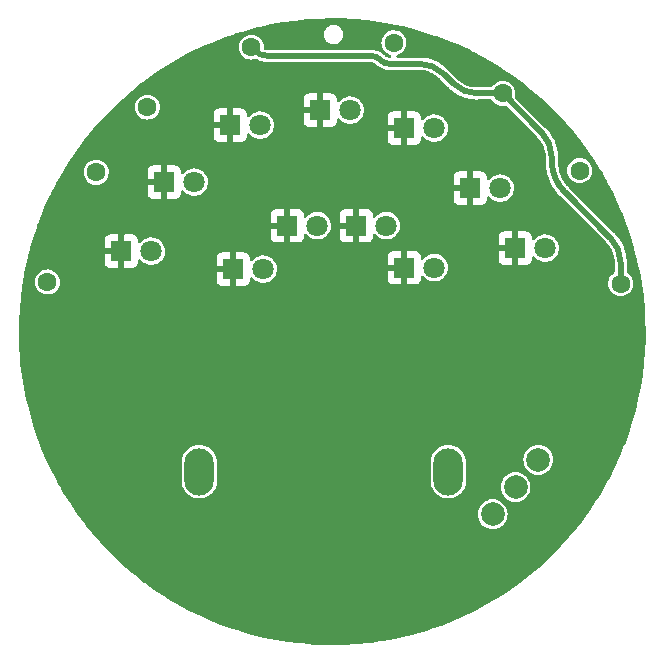
<source format=gbr>
%TF.GenerationSoftware,KiCad,Pcbnew,(6.0.4)*%
%TF.CreationDate,2024-01-19T15:56:56-08:00*%
%TF.ProjectId,Alpenglow_RadiantRainbow_PCB,416c7065-6e67-46c6-9f77-5f5261646961,rev?*%
%TF.SameCoordinates,Original*%
%TF.FileFunction,Copper,L1,Top*%
%TF.FilePolarity,Positive*%
%FSLAX46Y46*%
G04 Gerber Fmt 4.6, Leading zero omitted, Abs format (unit mm)*
G04 Created by KiCad (PCBNEW (6.0.4)) date 2024-01-19 15:56:56*
%MOMM*%
%LPD*%
G01*
G04 APERTURE LIST*
G04 Aperture macros list*
%AMHorizOval*
0 Thick line with rounded ends*
0 $1 width*
0 $2 $3 position (X,Y) of the first rounded end (center of the circle)*
0 $4 $5 position (X,Y) of the second rounded end (center of the circle)*
0 Add line between two ends*
20,1,$1,$2,$3,$4,$5,0*
0 Add two circle primitives to create the rounded ends*
1,1,$1,$2,$3*
1,1,$1,$4,$5*%
G04 Aperture macros list end*
%TA.AperFunction,ComponentPad*%
%ADD10R,1.800000X1.800000*%
%TD*%
%TA.AperFunction,ComponentPad*%
%ADD11C,1.800000*%
%TD*%
%TA.AperFunction,ComponentPad*%
%ADD12C,1.600000*%
%TD*%
%TA.AperFunction,ComponentPad*%
%ADD13HorizOval,1.600000X0.000000X0.000000X0.000000X0.000000X0*%
%TD*%
%TA.AperFunction,ComponentPad*%
%ADD14HorizOval,1.600000X0.000000X0.000000X0.000000X0.000000X0*%
%TD*%
%TA.AperFunction,ComponentPad*%
%ADD15HorizOval,1.600000X0.000000X0.000000X0.000000X0.000000X0*%
%TD*%
%TA.AperFunction,ComponentPad*%
%ADD16C,2.000000*%
%TD*%
%TA.AperFunction,ComponentPad*%
%ADD17O,2.500000X4.000000*%
%TD*%
%TA.AperFunction,ComponentPad*%
%ADD18HorizOval,1.600000X0.000000X0.000000X0.000000X0.000000X0*%
%TD*%
%TA.AperFunction,Conductor*%
%ADD19C,0.508000*%
%TD*%
G04 APERTURE END LIST*
D10*
%TO.P,D1,1,K*%
%TO.N,GND*%
X160346500Y-93472000D03*
D11*
%TO.P,D1,2,A*%
%TO.N,Net-(D1-Pad2)*%
X162886500Y-93472000D03*
%TD*%
D10*
%TO.P,D3,1,K*%
%TO.N,GND*%
X136216500Y-83058000D03*
D11*
%TO.P,D3,2,A*%
%TO.N,Net-(D1-Pad2)*%
X138756500Y-83058000D03*
%TD*%
D10*
%TO.P,D5,1,K*%
%TO.N,GND*%
X143836500Y-81788000D03*
D11*
%TO.P,D5,2,A*%
%TO.N,Net-(D5-Pad2)*%
X146376500Y-81788000D03*
%TD*%
D10*
%TO.P,D11,1,K*%
%TO.N,GND*%
X141042500Y-91567000D03*
D11*
%TO.P,D11,2,A*%
%TO.N,Net-(D10-Pad2)*%
X143582500Y-91567000D03*
%TD*%
D10*
%TO.P,D4,1,K*%
%TO.N,GND*%
X127000000Y-93726000D03*
D11*
%TO.P,D4,2,A*%
%TO.N,Net-(D1-Pad2)*%
X129540000Y-93726000D03*
%TD*%
D10*
%TO.P,D8,1,K*%
%TO.N,GND*%
X146884500Y-91567000D03*
D11*
%TO.P,D8,2,A*%
%TO.N,Net-(D8-Pad2)*%
X149424500Y-91567000D03*
%TD*%
D10*
%TO.P,D7,1,K*%
%TO.N,GND*%
X156536500Y-88392000D03*
D11*
%TO.P,D7,2,A*%
%TO.N,Net-(D5-Pad2)*%
X159076500Y-88392000D03*
%TD*%
D10*
%TO.P,D10,1,K*%
%TO.N,GND*%
X150948500Y-95123000D03*
D11*
%TO.P,D10,2,A*%
%TO.N,Net-(D10-Pad2)*%
X153488500Y-95123000D03*
%TD*%
D10*
%TO.P,D9,1,K*%
%TO.N,GND*%
X136470500Y-95250000D03*
D11*
%TO.P,D9,2,A*%
%TO.N,Net-(D8-Pad2)*%
X139010500Y-95250000D03*
%TD*%
D10*
%TO.P,D6,1,K*%
%TO.N,GND*%
X130628500Y-87884000D03*
D11*
%TO.P,D6,2,A*%
%TO.N,Net-(D5-Pad2)*%
X133168500Y-87884000D03*
%TD*%
D10*
%TO.P,D2,1,K*%
%TO.N,GND*%
X150948500Y-83312000D03*
D11*
%TO.P,D2,2,A*%
%TO.N,Net-(D1-Pad2)*%
X153488500Y-83312000D03*
%TD*%
D12*
%TO.P,R4,1*%
%TO.N,/LED+*%
X120742778Y-96334811D03*
D13*
%TO.P,R4,2*%
%TO.N,Net-(D10-Pad2)*%
X124875222Y-87053189D03*
%TD*%
D12*
%TO.P,R1,1*%
%TO.N,/LED+*%
X138003409Y-76454000D03*
D14*
%TO.P,R1,2*%
%TO.N,Net-(D1-Pad2)*%
X129204591Y-81534000D03*
%TD*%
D12*
%TO.P,R3,1*%
%TO.N,/LED+*%
X169278901Y-96467639D03*
D15*
%TO.P,R3,2*%
%TO.N,Net-(D8-Pad2)*%
X165803976Y-86920362D03*
%TD*%
D16*
%TO.P,SW1,1,A*%
%TO.N,/LED+*%
X162303158Y-111398438D03*
%TO.P,SW1,2,B*%
%TO.N,VCC*%
X160374795Y-113696572D03*
%TO.P,SW1,3,C*%
%TO.N,unconnected-(SW1-Pad3)*%
X158446432Y-115994705D03*
%TD*%
D17*
%TO.P,BT1,1,+*%
%TO.N,VCC*%
X133604000Y-112395000D03*
X154686000Y-112395000D03*
%TD*%
D12*
%TO.P,R2,1*%
%TO.N,/LED+*%
X159290044Y-80378901D03*
D18*
%TO.P,R2,2*%
%TO.N,Net-(D5-Pad2)*%
X150081957Y-76085099D03*
%TD*%
D19*
%TO.N,/LED+*%
X169278901Y-96467639D02*
X169278901Y-94702542D01*
X139512427Y-77216000D02*
X148197899Y-77216000D01*
X163449000Y-86106000D02*
X163449000Y-85780498D01*
X162570320Y-83659177D02*
X159290044Y-80378901D01*
X157186542Y-80378901D02*
X159290044Y-80378901D01*
X168400221Y-92581221D02*
X164526631Y-88707631D01*
X149661327Y-77851000D02*
X152173359Y-77851000D01*
X148905006Y-77508893D02*
X148954220Y-77558107D01*
X137922000Y-76454000D02*
X138098214Y-76630214D01*
X154294679Y-78729679D02*
X155065221Y-79500221D01*
X154294699Y-78729659D02*
G75*
G03*
X152173359Y-77851000I-2121299J-2121341D01*
G01*
X163449012Y-86106000D02*
G75*
G03*
X164526632Y-88707630I3679288J0D01*
G01*
X148905006Y-77508893D02*
G75*
G03*
X148197899Y-77216000I-707106J-707107D01*
G01*
X169278871Y-94702542D02*
G75*
G03*
X168400221Y-92581221I-2999971J42D01*
G01*
X148954207Y-77558120D02*
G75*
G03*
X149661327Y-77851000I707093J707120D01*
G01*
X157186542Y-80378871D02*
G75*
G02*
X155065221Y-79500221I-42J2999971D01*
G01*
X139512427Y-77215980D02*
G75*
G02*
X138098215Y-76630213I-27J1999980D01*
G01*
X163449001Y-85780498D02*
G75*
G03*
X162570320Y-83659177I-3000001J-2D01*
G01*
%TD*%
%TA.AperFunction,Conductor*%
%TO.N,GND*%
G36*
X145285680Y-74022372D02*
G01*
X145781352Y-74030159D01*
X145786187Y-74030327D01*
X146523424Y-74070254D01*
X146798833Y-74085169D01*
X146803643Y-74085523D01*
X147813379Y-74179194D01*
X147818181Y-74179733D01*
X148823606Y-74312100D01*
X148828344Y-74312816D01*
X149328173Y-74398252D01*
X149827979Y-74483686D01*
X149832731Y-74484593D01*
X150288793Y-74580700D01*
X150825025Y-74693702D01*
X150829689Y-74694778D01*
X151813283Y-74941840D01*
X151817926Y-74943102D01*
X152791240Y-75227720D01*
X152795837Y-75229160D01*
X153587211Y-75493950D01*
X153757539Y-75550941D01*
X153762092Y-75552562D01*
X153854624Y-75587527D01*
X154710723Y-75911020D01*
X154715215Y-75912817D01*
X155027604Y-76044775D01*
X155649385Y-76307425D01*
X155653748Y-76309368D01*
X156572108Y-76739558D01*
X156576441Y-76741690D01*
X156892790Y-76904970D01*
X157477589Y-77206807D01*
X157481844Y-77209108D01*
X158364458Y-77708468D01*
X158368622Y-77710931D01*
X158371708Y-77712837D01*
X159096082Y-78160219D01*
X159231390Y-78243787D01*
X159235449Y-78246402D01*
X159409201Y-78363158D01*
X160077178Y-78812020D01*
X160081141Y-78814795D01*
X160900516Y-79412294D01*
X160904369Y-79415219D01*
X161700200Y-80043728D01*
X161703938Y-80046799D01*
X162475041Y-80705383D01*
X162478659Y-80708595D01*
X162532206Y-80758007D01*
X163219004Y-81391765D01*
X163223917Y-81396299D01*
X163227407Y-81399645D01*
X163250721Y-81422878D01*
X163945742Y-82115478D01*
X163949102Y-82118958D01*
X164639403Y-82861810D01*
X164642615Y-82865401D01*
X165303943Y-83634266D01*
X165306965Y-83637918D01*
X165924844Y-84414699D01*
X165938279Y-84431589D01*
X165941207Y-84435419D01*
X166527135Y-85233063D01*
X166541559Y-85252699D01*
X166544348Y-85256653D01*
X167112904Y-86096407D01*
X167115538Y-86100464D01*
X167651390Y-86961347D01*
X167653868Y-86965502D01*
X167870616Y-87345501D01*
X168126127Y-87793458D01*
X168156330Y-87846410D01*
X168158636Y-87850641D01*
X168604711Y-88707543D01*
X168626884Y-88750137D01*
X168629032Y-88754463D01*
X169004621Y-89549028D01*
X169062405Y-89671272D01*
X169064382Y-89675670D01*
X169255659Y-90124112D01*
X169462258Y-90608478D01*
X169464070Y-90612963D01*
X169825831Y-91560320D01*
X169827469Y-91564872D01*
X170152604Y-92525442D01*
X170154066Y-92530051D01*
X170431991Y-93468305D01*
X170442076Y-93502353D01*
X170443357Y-93507002D01*
X170691066Y-94478803D01*
X170693839Y-94489681D01*
X170694941Y-94494377D01*
X170773727Y-94861884D01*
X170907516Y-95485954D01*
X170908439Y-95490703D01*
X170957999Y-95774670D01*
X171080458Y-96476324D01*
X171082790Y-96489687D01*
X171083527Y-96494449D01*
X171219403Y-97499403D01*
X171219958Y-97504196D01*
X171227592Y-97583475D01*
X171317155Y-98513629D01*
X171317524Y-98518429D01*
X171336838Y-98853395D01*
X171375899Y-99530843D01*
X171376085Y-99535677D01*
X171395562Y-100550015D01*
X171395576Y-100553973D01*
X171387702Y-101198416D01*
X171387591Y-101202373D01*
X171343338Y-102215923D01*
X171343034Y-102220751D01*
X171259942Y-103231421D01*
X171259453Y-103236234D01*
X171137626Y-104242961D01*
X171136953Y-104247752D01*
X170976565Y-105249089D01*
X170975708Y-105253850D01*
X170777008Y-106248245D01*
X170775970Y-106252970D01*
X170539229Y-107239067D01*
X170538009Y-107243749D01*
X170263602Y-108219984D01*
X170262204Y-108224615D01*
X169950517Y-109189617D01*
X169948942Y-109194191D01*
X169603138Y-110139146D01*
X169600437Y-110146526D01*
X169598702Y-110150999D01*
X169233803Y-111040715D01*
X169213896Y-111089253D01*
X169211975Y-111093692D01*
X168791442Y-112016468D01*
X168789352Y-112020831D01*
X168333706Y-112926780D01*
X168331450Y-112931060D01*
X168135673Y-113285710D01*
X167877304Y-113753746D01*
X167841350Y-113818876D01*
X167838939Y-113823052D01*
X167655420Y-114127275D01*
X167315130Y-114691380D01*
X167312552Y-114695474D01*
X166755800Y-115543048D01*
X166753067Y-115547040D01*
X166164166Y-116372648D01*
X166161281Y-116376531D01*
X165966260Y-116628860D01*
X165541797Y-117178052D01*
X165541170Y-117178863D01*
X165538147Y-117182624D01*
X165478470Y-117253997D01*
X164887639Y-117960621D01*
X164884465Y-117964272D01*
X164204589Y-118716707D01*
X164201277Y-118720233D01*
X163493046Y-119445984D01*
X163489602Y-119449381D01*
X162753994Y-120147447D01*
X162750421Y-120150709D01*
X162328780Y-120521130D01*
X161988592Y-120819992D01*
X161984897Y-120823115D01*
X161197909Y-121462683D01*
X161194097Y-121465661D01*
X160383153Y-122074534D01*
X160379229Y-122077364D01*
X159545510Y-122654659D01*
X159541481Y-122657336D01*
X158686209Y-123202204D01*
X158682080Y-123204725D01*
X157806518Y-123716363D01*
X157802310Y-123718714D01*
X156907716Y-124196383D01*
X156903453Y-124198555D01*
X155991210Y-124641516D01*
X155986852Y-124643530D01*
X155058249Y-125051158D01*
X155053811Y-125053005D01*
X154525354Y-125261170D01*
X154110272Y-125424675D01*
X154105738Y-125426361D01*
X153148646Y-125761530D01*
X153144050Y-125763041D01*
X152174790Y-126061224D01*
X152170140Y-126062557D01*
X151620279Y-126208864D01*
X151190146Y-126323313D01*
X151185484Y-126324458D01*
X150196187Y-126547407D01*
X150191468Y-126548376D01*
X149194336Y-126733182D01*
X149189581Y-126733970D01*
X148900808Y-126776097D01*
X148186130Y-126880357D01*
X148181330Y-126880964D01*
X147677143Y-126934847D01*
X147172936Y-126988731D01*
X147168159Y-126989148D01*
X146560801Y-127030554D01*
X146156436Y-127058120D01*
X146151604Y-127058357D01*
X145644768Y-127073400D01*
X145137919Y-127088443D01*
X145133108Y-127088493D01*
X144432205Y-127082376D01*
X144119067Y-127079643D01*
X144114232Y-127079508D01*
X143710953Y-127060490D01*
X143101282Y-127031738D01*
X143096471Y-127031420D01*
X142086051Y-126944796D01*
X142081257Y-126944292D01*
X141074946Y-126818950D01*
X141070161Y-126818260D01*
X140069414Y-126654381D01*
X140064656Y-126653508D01*
X139070911Y-126451329D01*
X139066189Y-126450273D01*
X138080962Y-126210100D01*
X138076285Y-126208864D01*
X137189701Y-125956314D01*
X137101007Y-125931049D01*
X137096388Y-125929637D01*
X136132480Y-125614583D01*
X136127911Y-125612992D01*
X135176813Y-125261170D01*
X135172309Y-125259405D01*
X134235410Y-124871329D01*
X134230977Y-124869392D01*
X133735521Y-124641508D01*
X133309661Y-124445634D01*
X133305334Y-124443542D01*
X132400957Y-123984726D01*
X132396694Y-123982459D01*
X132263849Y-123908518D01*
X131510625Y-123489279D01*
X131506444Y-123486846D01*
X131226261Y-123316492D01*
X130639937Y-122960001D01*
X130635880Y-122957427D01*
X129790228Y-122397702D01*
X129786246Y-122394955D01*
X128962728Y-121803197D01*
X128958854Y-121800299D01*
X128158652Y-121177359D01*
X128154892Y-121174314D01*
X127873483Y-120937346D01*
X127379193Y-120521115D01*
X127375570Y-120517943D01*
X126625513Y-119835443D01*
X126621998Y-119832120D01*
X125898685Y-119121322D01*
X125895301Y-119117865D01*
X125199844Y-118379864D01*
X125196594Y-118376280D01*
X124837176Y-117964272D01*
X124529944Y-117612086D01*
X124526868Y-117608420D01*
X124003159Y-116959379D01*
X123890046Y-116819196D01*
X123887081Y-116815374D01*
X123281028Y-116002293D01*
X123278212Y-115998359D01*
X123275701Y-115994705D01*
X157187140Y-115994705D01*
X157206271Y-116213379D01*
X157263085Y-116425408D01*
X157265410Y-116430393D01*
X157353527Y-116619364D01*
X157353530Y-116619369D01*
X157355853Y-116624351D01*
X157359009Y-116628858D01*
X157359010Y-116628860D01*
X157395544Y-116681035D01*
X157481758Y-116804162D01*
X157636975Y-116959379D01*
X157641483Y-116962536D01*
X157641486Y-116962538D01*
X157812277Y-117082127D01*
X157816786Y-117085284D01*
X157821768Y-117087607D01*
X157821773Y-117087610D01*
X157922548Y-117134601D01*
X158015729Y-117178052D01*
X158227758Y-117234866D01*
X158446432Y-117253997D01*
X158665106Y-117234866D01*
X158877135Y-117178052D01*
X158970316Y-117134601D01*
X159071091Y-117087610D01*
X159071096Y-117087607D01*
X159076078Y-117085284D01*
X159080587Y-117082127D01*
X159251378Y-116962538D01*
X159251381Y-116962536D01*
X159255889Y-116959379D01*
X159411106Y-116804162D01*
X159497321Y-116681035D01*
X159533854Y-116628860D01*
X159533855Y-116628858D01*
X159537011Y-116624351D01*
X159539334Y-116619369D01*
X159539337Y-116619364D01*
X159627454Y-116430393D01*
X159629779Y-116425408D01*
X159686593Y-116213379D01*
X159705724Y-115994705D01*
X159686593Y-115776031D01*
X159629779Y-115564002D01*
X159586328Y-115470821D01*
X159539337Y-115370046D01*
X159539334Y-115370041D01*
X159537011Y-115365059D01*
X159411106Y-115185248D01*
X159255889Y-115030031D01*
X159251381Y-115026874D01*
X159251378Y-115026872D01*
X159080587Y-114907283D01*
X159080585Y-114907282D01*
X159076078Y-114904126D01*
X159071096Y-114901803D01*
X159071091Y-114901800D01*
X158970316Y-114854809D01*
X158877135Y-114811358D01*
X158665106Y-114754544D01*
X158446432Y-114735413D01*
X158227758Y-114754544D01*
X158015729Y-114811358D01*
X157922548Y-114854809D01*
X157821773Y-114901800D01*
X157821768Y-114901803D01*
X157816786Y-114904126D01*
X157812279Y-114907282D01*
X157812277Y-114907283D01*
X157641486Y-115026872D01*
X157641483Y-115026874D01*
X157636975Y-115030031D01*
X157481758Y-115185248D01*
X157355853Y-115365059D01*
X157353530Y-115370041D01*
X157353527Y-115370046D01*
X157306536Y-115470821D01*
X157263085Y-115564002D01*
X157206271Y-115776031D01*
X157187140Y-115994705D01*
X123275701Y-115994705D01*
X122703832Y-115162631D01*
X122701169Y-115158592D01*
X122323455Y-114561107D01*
X122159289Y-114301423D01*
X122156787Y-114297291D01*
X122100649Y-114200447D01*
X121765009Y-113621439D01*
X121648210Y-113419950D01*
X121645865Y-113415719D01*
X121534740Y-113205841D01*
X132099500Y-113205841D01*
X132099702Y-113208349D01*
X132099702Y-113208354D01*
X132109925Y-113335411D01*
X132114021Y-113386324D01*
X132115226Y-113391232D01*
X132115227Y-113391235D01*
X132170564Y-113616525D01*
X132171771Y-113621439D01*
X132173746Y-113626091D01*
X132173747Y-113626095D01*
X132264393Y-113839642D01*
X132266369Y-113844297D01*
X132395380Y-114049163D01*
X132398725Y-114052957D01*
X132528755Y-114200447D01*
X132555486Y-114230768D01*
X132742568Y-114384439D01*
X132746936Y-114386981D01*
X132943730Y-114501518D01*
X132951812Y-114506222D01*
X132956535Y-114508035D01*
X133173106Y-114591169D01*
X133173109Y-114591170D01*
X133177835Y-114592984D01*
X133414823Y-114642493D01*
X133419873Y-114642722D01*
X133419878Y-114642723D01*
X133530112Y-114647728D01*
X133656677Y-114653476D01*
X133661697Y-114652895D01*
X133661701Y-114652895D01*
X133769568Y-114640414D01*
X133897176Y-114625649D01*
X133902050Y-114624270D01*
X133902054Y-114624269D01*
X134125264Y-114561107D01*
X134125266Y-114561106D01*
X134130133Y-114559729D01*
X134349553Y-114457411D01*
X134353733Y-114454570D01*
X134353737Y-114454568D01*
X134545601Y-114324178D01*
X134545602Y-114324177D01*
X134549793Y-114321329D01*
X134553470Y-114317852D01*
X134553476Y-114317847D01*
X134722020Y-114158461D01*
X134725699Y-114154982D01*
X134872747Y-113962652D01*
X134987153Y-113749285D01*
X135003419Y-113702047D01*
X135064326Y-113525160D01*
X135065975Y-113520371D01*
X135084051Y-113415719D01*
X135106508Y-113285710D01*
X135106509Y-113285704D01*
X135107183Y-113281800D01*
X135107665Y-113271180D01*
X135108436Y-113254216D01*
X135108436Y-113254197D01*
X135108500Y-113252797D01*
X135108500Y-113205841D01*
X153181500Y-113205841D01*
X153181702Y-113208349D01*
X153181702Y-113208354D01*
X153191925Y-113335411D01*
X153196021Y-113386324D01*
X153197226Y-113391232D01*
X153197227Y-113391235D01*
X153252564Y-113616525D01*
X153253771Y-113621439D01*
X153255746Y-113626091D01*
X153255747Y-113626095D01*
X153346393Y-113839642D01*
X153348369Y-113844297D01*
X153477380Y-114049163D01*
X153480725Y-114052957D01*
X153610755Y-114200447D01*
X153637486Y-114230768D01*
X153824568Y-114384439D01*
X153828936Y-114386981D01*
X154025730Y-114501518D01*
X154033812Y-114506222D01*
X154038535Y-114508035D01*
X154255106Y-114591169D01*
X154255109Y-114591170D01*
X154259835Y-114592984D01*
X154496823Y-114642493D01*
X154501873Y-114642722D01*
X154501878Y-114642723D01*
X154612112Y-114647728D01*
X154738677Y-114653476D01*
X154743697Y-114652895D01*
X154743701Y-114652895D01*
X154851568Y-114640414D01*
X154979176Y-114625649D01*
X154984050Y-114624270D01*
X154984054Y-114624269D01*
X155207264Y-114561107D01*
X155207266Y-114561106D01*
X155212133Y-114559729D01*
X155431553Y-114457411D01*
X155435733Y-114454570D01*
X155435737Y-114454568D01*
X155627601Y-114324178D01*
X155627602Y-114324177D01*
X155631793Y-114321329D01*
X155635470Y-114317852D01*
X155635476Y-114317847D01*
X155804020Y-114158461D01*
X155807699Y-114154982D01*
X155954747Y-113962652D01*
X156069153Y-113749285D01*
X156085419Y-113702047D01*
X156087304Y-113696572D01*
X159115503Y-113696572D01*
X159134634Y-113915246D01*
X159191448Y-114127275D01*
X159234899Y-114220456D01*
X159281890Y-114321231D01*
X159281893Y-114321236D01*
X159284216Y-114326218D01*
X159287372Y-114330725D01*
X159287373Y-114330727D01*
X159374088Y-114454568D01*
X159410121Y-114506029D01*
X159565338Y-114661246D01*
X159569846Y-114664403D01*
X159569849Y-114664405D01*
X159740640Y-114783994D01*
X159745149Y-114787151D01*
X159750131Y-114789474D01*
X159750136Y-114789477D01*
X159797061Y-114811358D01*
X159944092Y-114879919D01*
X160156121Y-114936733D01*
X160374795Y-114955864D01*
X160593469Y-114936733D01*
X160805498Y-114879919D01*
X160952529Y-114811358D01*
X160999454Y-114789477D01*
X160999459Y-114789474D01*
X161004441Y-114787151D01*
X161008950Y-114783994D01*
X161179741Y-114664405D01*
X161179744Y-114664403D01*
X161184252Y-114661246D01*
X161339469Y-114506029D01*
X161375503Y-114454568D01*
X161462217Y-114330727D01*
X161462218Y-114330725D01*
X161465374Y-114326218D01*
X161467697Y-114321236D01*
X161467700Y-114321231D01*
X161514691Y-114220456D01*
X161558142Y-114127275D01*
X161614956Y-113915246D01*
X161634087Y-113696572D01*
X161614956Y-113477898D01*
X161558142Y-113265869D01*
X161514691Y-113172688D01*
X161467700Y-113071913D01*
X161467697Y-113071908D01*
X161465374Y-113066926D01*
X161339469Y-112887115D01*
X161184252Y-112731898D01*
X161179744Y-112728741D01*
X161179741Y-112728739D01*
X161008950Y-112609150D01*
X161008948Y-112609149D01*
X161004441Y-112605993D01*
X160999459Y-112603670D01*
X160999454Y-112603667D01*
X160898679Y-112556676D01*
X160805498Y-112513225D01*
X160593469Y-112456411D01*
X160374795Y-112437280D01*
X160156121Y-112456411D01*
X159944092Y-112513225D01*
X159850911Y-112556676D01*
X159750136Y-112603667D01*
X159750131Y-112603670D01*
X159745149Y-112605993D01*
X159740642Y-112609149D01*
X159740640Y-112609150D01*
X159569849Y-112728739D01*
X159569846Y-112728741D01*
X159565338Y-112731898D01*
X159410121Y-112887115D01*
X159284216Y-113066926D01*
X159281893Y-113071908D01*
X159281890Y-113071913D01*
X159234899Y-113172688D01*
X159191448Y-113265869D01*
X159134634Y-113477898D01*
X159115503Y-113696572D01*
X156087304Y-113696572D01*
X156146326Y-113525160D01*
X156147975Y-113520371D01*
X156166051Y-113415719D01*
X156188508Y-113285710D01*
X156188509Y-113285704D01*
X156189183Y-113281800D01*
X156189665Y-113271180D01*
X156190436Y-113254216D01*
X156190436Y-113254197D01*
X156190500Y-113252797D01*
X156190500Y-111584159D01*
X156186608Y-111535784D01*
X156176385Y-111408717D01*
X156176384Y-111408712D01*
X156175979Y-111403676D01*
X156174693Y-111398438D01*
X161043866Y-111398438D01*
X161062997Y-111617112D01*
X161119811Y-111829141D01*
X161122136Y-111834126D01*
X161210253Y-112023097D01*
X161210256Y-112023102D01*
X161212579Y-112028084D01*
X161338484Y-112207895D01*
X161493701Y-112363112D01*
X161498209Y-112366269D01*
X161498212Y-112366271D01*
X161628978Y-112457834D01*
X161673512Y-112489017D01*
X161678494Y-112491340D01*
X161678499Y-112491343D01*
X161779274Y-112538334D01*
X161872455Y-112581785D01*
X162084484Y-112638599D01*
X162303158Y-112657730D01*
X162521832Y-112638599D01*
X162733861Y-112581785D01*
X162827042Y-112538334D01*
X162927817Y-112491343D01*
X162927822Y-112491340D01*
X162932804Y-112489017D01*
X162977338Y-112457834D01*
X163108104Y-112366271D01*
X163108107Y-112366269D01*
X163112615Y-112363112D01*
X163267832Y-112207895D01*
X163393737Y-112028084D01*
X163396060Y-112023102D01*
X163396063Y-112023097D01*
X163484180Y-111834126D01*
X163486505Y-111829141D01*
X163543319Y-111617112D01*
X163562450Y-111398438D01*
X163543319Y-111179764D01*
X163486505Y-110967735D01*
X163421042Y-110827348D01*
X163396063Y-110773779D01*
X163396060Y-110773774D01*
X163393737Y-110768792D01*
X163371506Y-110737043D01*
X163270991Y-110593492D01*
X163270989Y-110593489D01*
X163267832Y-110588981D01*
X163112615Y-110433764D01*
X163108107Y-110430607D01*
X163108104Y-110430605D01*
X162937313Y-110311016D01*
X162937311Y-110311015D01*
X162932804Y-110307859D01*
X162927822Y-110305536D01*
X162927817Y-110305533D01*
X162827042Y-110258542D01*
X162733861Y-110215091D01*
X162521832Y-110158277D01*
X162303158Y-110139146D01*
X162084484Y-110158277D01*
X161872455Y-110215091D01*
X161779274Y-110258542D01*
X161678499Y-110305533D01*
X161678494Y-110305536D01*
X161673512Y-110307859D01*
X161669005Y-110311015D01*
X161669003Y-110311016D01*
X161498212Y-110430605D01*
X161498209Y-110430607D01*
X161493701Y-110433764D01*
X161338484Y-110588981D01*
X161335327Y-110593489D01*
X161335325Y-110593492D01*
X161234810Y-110737043D01*
X161212579Y-110768792D01*
X161210256Y-110773774D01*
X161210253Y-110773779D01*
X161185274Y-110827348D01*
X161119811Y-110967735D01*
X161062997Y-111179764D01*
X161043866Y-111398438D01*
X156174693Y-111398438D01*
X156119436Y-111173475D01*
X156118229Y-111168561D01*
X156065993Y-111045500D01*
X156025607Y-110950358D01*
X156025607Y-110950357D01*
X156023631Y-110945703D01*
X155894620Y-110740837D01*
X155734514Y-110559232D01*
X155547432Y-110405561D01*
X155384988Y-110311016D01*
X155342556Y-110286320D01*
X155342554Y-110286319D01*
X155338188Y-110283778D01*
X155204362Y-110232407D01*
X155116894Y-110198831D01*
X155116891Y-110198830D01*
X155112165Y-110197016D01*
X154875177Y-110147507D01*
X154870127Y-110147278D01*
X154870122Y-110147277D01*
X154759888Y-110142272D01*
X154633323Y-110136524D01*
X154628303Y-110137105D01*
X154628299Y-110137105D01*
X154527381Y-110148782D01*
X154392824Y-110164351D01*
X154387950Y-110165730D01*
X154387946Y-110165731D01*
X154164736Y-110228893D01*
X154164734Y-110228894D01*
X154159867Y-110230271D01*
X153940447Y-110332589D01*
X153936267Y-110335430D01*
X153936263Y-110335432D01*
X153791571Y-110433764D01*
X153740207Y-110468671D01*
X153736530Y-110472148D01*
X153736524Y-110472153D01*
X153695995Y-110510480D01*
X153564301Y-110635018D01*
X153417253Y-110827348D01*
X153302847Y-111040715D01*
X153301201Y-111045496D01*
X153301199Y-111045500D01*
X153254968Y-111179764D01*
X153224025Y-111269629D01*
X153223163Y-111274621D01*
X153200001Y-111408717D01*
X153182817Y-111508200D01*
X153181500Y-111537203D01*
X153181500Y-113205841D01*
X135108500Y-113205841D01*
X135108500Y-111584159D01*
X135104608Y-111535784D01*
X135094385Y-111408717D01*
X135094384Y-111408712D01*
X135093979Y-111403676D01*
X135092693Y-111398438D01*
X135037436Y-111173475D01*
X135036229Y-111168561D01*
X134983993Y-111045500D01*
X134943607Y-110950358D01*
X134943607Y-110950357D01*
X134941631Y-110945703D01*
X134812620Y-110740837D01*
X134652514Y-110559232D01*
X134465432Y-110405561D01*
X134302988Y-110311016D01*
X134260556Y-110286320D01*
X134260554Y-110286319D01*
X134256188Y-110283778D01*
X134122362Y-110232407D01*
X134034894Y-110198831D01*
X134034891Y-110198830D01*
X134030165Y-110197016D01*
X133793177Y-110147507D01*
X133788127Y-110147278D01*
X133788122Y-110147277D01*
X133677888Y-110142272D01*
X133551323Y-110136524D01*
X133546303Y-110137105D01*
X133546299Y-110137105D01*
X133445381Y-110148782D01*
X133310824Y-110164351D01*
X133305950Y-110165730D01*
X133305946Y-110165731D01*
X133082736Y-110228893D01*
X133082734Y-110228894D01*
X133077867Y-110230271D01*
X132858447Y-110332589D01*
X132854267Y-110335430D01*
X132854263Y-110335432D01*
X132709571Y-110433764D01*
X132658207Y-110468671D01*
X132654530Y-110472148D01*
X132654524Y-110472153D01*
X132613995Y-110510480D01*
X132482301Y-110635018D01*
X132335253Y-110827348D01*
X132220847Y-111040715D01*
X132219201Y-111045496D01*
X132219199Y-111045500D01*
X132172968Y-111179764D01*
X132142025Y-111269629D01*
X132141163Y-111274621D01*
X132118001Y-111408717D01*
X132100817Y-111508200D01*
X132099500Y-111537203D01*
X132099500Y-113205841D01*
X121534740Y-113205841D01*
X121171357Y-112519529D01*
X121169175Y-112515211D01*
X121140646Y-112455932D01*
X120729397Y-111601420D01*
X120727386Y-111597028D01*
X120722886Y-111586678D01*
X120323015Y-110667036D01*
X120321176Y-110662575D01*
X120312000Y-110639038D01*
X119952811Y-109717767D01*
X119951142Y-109713232D01*
X119619311Y-108754960D01*
X119617822Y-108750376D01*
X119323022Y-107780073D01*
X119321705Y-107775419D01*
X119064369Y-106794515D01*
X119063232Y-106789812D01*
X118943700Y-106250639D01*
X118843750Y-105799792D01*
X118842796Y-105795065D01*
X118661470Y-104797292D01*
X118660697Y-104792517D01*
X118583165Y-104247752D01*
X118517812Y-103788556D01*
X118517224Y-103783768D01*
X118460393Y-103233829D01*
X118412978Y-102775001D01*
X118412576Y-102770204D01*
X118347138Y-101758270D01*
X118346918Y-101753437D01*
X118326584Y-100976913D01*
X118320372Y-100739667D01*
X118320338Y-100734855D01*
X118322573Y-100552000D01*
X118332728Y-99720818D01*
X118332879Y-99716005D01*
X118342137Y-99533266D01*
X118384186Y-98703190D01*
X118384523Y-98698381D01*
X118400582Y-98518453D01*
X118474668Y-97688335D01*
X118475190Y-97683527D01*
X118604047Y-96677637D01*
X118604754Y-96672851D01*
X118654194Y-96377410D01*
X118663798Y-96320017D01*
X119683279Y-96320017D01*
X119686131Y-96353974D01*
X119699929Y-96518285D01*
X119700584Y-96526089D01*
X119757585Y-96724877D01*
X119760403Y-96730359D01*
X119760404Y-96730363D01*
X119849292Y-96903320D01*
X119849295Y-96903324D01*
X119852112Y-96908806D01*
X119980564Y-97070872D01*
X120138049Y-97204902D01*
X120318567Y-97305791D01*
X120515244Y-97369695D01*
X120720587Y-97394181D01*
X120726722Y-97393709D01*
X120726724Y-97393709D01*
X120920634Y-97378788D01*
X120920638Y-97378787D01*
X120926776Y-97378315D01*
X121125956Y-97322703D01*
X121131460Y-97319923D01*
X121131462Y-97319922D01*
X121305040Y-97232242D01*
X121305042Y-97232241D01*
X121310541Y-97229463D01*
X121473500Y-97102145D01*
X121477526Y-97097481D01*
X121477529Y-97097478D01*
X121604597Y-96950268D01*
X121604598Y-96950266D01*
X121608626Y-96945600D01*
X121710773Y-96765790D01*
X121776048Y-96569564D01*
X121801967Y-96364397D01*
X121802380Y-96334811D01*
X121788639Y-96194669D01*
X135062501Y-96194669D01*
X135062871Y-96201490D01*
X135068395Y-96252352D01*
X135072021Y-96267604D01*
X135117176Y-96388054D01*
X135125714Y-96403649D01*
X135202215Y-96505724D01*
X135214776Y-96518285D01*
X135316851Y-96594786D01*
X135332446Y-96603324D01*
X135452894Y-96648478D01*
X135468149Y-96652105D01*
X135519014Y-96657631D01*
X135525828Y-96658000D01*
X136198385Y-96658000D01*
X136213624Y-96653525D01*
X136214829Y-96652135D01*
X136216500Y-96644452D01*
X136216500Y-96639884D01*
X136724500Y-96639884D01*
X136728975Y-96655123D01*
X136730365Y-96656328D01*
X136738048Y-96657999D01*
X137415169Y-96657999D01*
X137421990Y-96657629D01*
X137472852Y-96652105D01*
X137488104Y-96648479D01*
X137608554Y-96603324D01*
X137624149Y-96594786D01*
X137726224Y-96518285D01*
X137738785Y-96505724D01*
X137815286Y-96403649D01*
X137823824Y-96388054D01*
X137868978Y-96267606D01*
X137872605Y-96252351D01*
X137878131Y-96201486D01*
X137878500Y-96194672D01*
X137878500Y-96045365D01*
X137898502Y-95977244D01*
X137952158Y-95930751D01*
X138022432Y-95920647D01*
X138087012Y-95950141D01*
X138107395Y-95972642D01*
X138128850Y-96003000D01*
X138185734Y-96058414D01*
X138273818Y-96144221D01*
X138280837Y-96151059D01*
X138285633Y-96154264D01*
X138285636Y-96154266D01*
X138389131Y-96223419D01*
X138457260Y-96268941D01*
X138462563Y-96271219D01*
X138462566Y-96271221D01*
X138618734Y-96338316D01*
X138652211Y-96352699D01*
X138703909Y-96364397D01*
X138853525Y-96398252D01*
X138853530Y-96398253D01*
X138859162Y-96399527D01*
X138864933Y-96399754D01*
X138864935Y-96399754D01*
X138930411Y-96402326D01*
X139071181Y-96407857D01*
X139176174Y-96392634D01*
X139275453Y-96378239D01*
X139275458Y-96378238D01*
X139281167Y-96377410D01*
X139286631Y-96375555D01*
X139286636Y-96375554D01*
X139379740Y-96343949D01*
X139482089Y-96309207D01*
X139487132Y-96306383D01*
X139662170Y-96208357D01*
X139662174Y-96208354D01*
X139667217Y-96205530D01*
X139830352Y-96069852D01*
X139832168Y-96067669D01*
X149540501Y-96067669D01*
X149540871Y-96074490D01*
X149546395Y-96125352D01*
X149550021Y-96140604D01*
X149595176Y-96261054D01*
X149603714Y-96276649D01*
X149680215Y-96378724D01*
X149692776Y-96391285D01*
X149794851Y-96467786D01*
X149810446Y-96476324D01*
X149930894Y-96521478D01*
X149946149Y-96525105D01*
X149997014Y-96530631D01*
X150003828Y-96531000D01*
X150676385Y-96531000D01*
X150691624Y-96526525D01*
X150692829Y-96525135D01*
X150694500Y-96517452D01*
X150694500Y-96512884D01*
X151202500Y-96512884D01*
X151206975Y-96528123D01*
X151208365Y-96529328D01*
X151216048Y-96530999D01*
X151893169Y-96530999D01*
X151899990Y-96530629D01*
X151950852Y-96525105D01*
X151966104Y-96521479D01*
X152086554Y-96476324D01*
X152102149Y-96467786D01*
X152204224Y-96391285D01*
X152216785Y-96378724D01*
X152293286Y-96276649D01*
X152301824Y-96261054D01*
X152346978Y-96140606D01*
X152350605Y-96125351D01*
X152356131Y-96074486D01*
X152356500Y-96067672D01*
X152356500Y-95918365D01*
X152376502Y-95850244D01*
X152430158Y-95803751D01*
X152500432Y-95793647D01*
X152565012Y-95823141D01*
X152585395Y-95845642D01*
X152606850Y-95876000D01*
X152758837Y-96024059D01*
X152763633Y-96027264D01*
X152763636Y-96027266D01*
X152894202Y-96114507D01*
X152935260Y-96141941D01*
X152940563Y-96144219D01*
X152940566Y-96144221D01*
X153124904Y-96223419D01*
X153130211Y-96225699D01*
X153199874Y-96241462D01*
X153331525Y-96271252D01*
X153331530Y-96271253D01*
X153337162Y-96272527D01*
X153342933Y-96272754D01*
X153342935Y-96272754D01*
X153408411Y-96275326D01*
X153549181Y-96280857D01*
X153654174Y-96265633D01*
X153753453Y-96251239D01*
X153753458Y-96251238D01*
X153759167Y-96250410D01*
X153764631Y-96248555D01*
X153764636Y-96248554D01*
X153857740Y-96216949D01*
X153960089Y-96182207D01*
X153965132Y-96179383D01*
X154140170Y-96081357D01*
X154140174Y-96081354D01*
X154145217Y-96078530D01*
X154308352Y-95942852D01*
X154444030Y-95779717D01*
X154446854Y-95774674D01*
X154446857Y-95774670D01*
X154544883Y-95599632D01*
X154544884Y-95599630D01*
X154547707Y-95594589D01*
X154595624Y-95453429D01*
X154614054Y-95399136D01*
X154614055Y-95399131D01*
X154615910Y-95393667D01*
X154617477Y-95382865D01*
X154645824Y-95187355D01*
X154646357Y-95183681D01*
X154647946Y-95123000D01*
X154628531Y-94911708D01*
X154620677Y-94883857D01*
X154572504Y-94713051D01*
X154572503Y-94713049D01*
X154570936Y-94707492D01*
X154566127Y-94697739D01*
X154479645Y-94522372D01*
X154477090Y-94517191D01*
X154460065Y-94494391D01*
X154402027Y-94416669D01*
X158938501Y-94416669D01*
X158938871Y-94423490D01*
X158944395Y-94474352D01*
X158948021Y-94489604D01*
X158993176Y-94610054D01*
X159001714Y-94625649D01*
X159078215Y-94727724D01*
X159090776Y-94740285D01*
X159192851Y-94816786D01*
X159208446Y-94825324D01*
X159328894Y-94870478D01*
X159344149Y-94874105D01*
X159395014Y-94879631D01*
X159401828Y-94880000D01*
X160074385Y-94880000D01*
X160089624Y-94875525D01*
X160090829Y-94874135D01*
X160092500Y-94866452D01*
X160092500Y-94861884D01*
X160600500Y-94861884D01*
X160604975Y-94877123D01*
X160606365Y-94878328D01*
X160614048Y-94879999D01*
X161291169Y-94879999D01*
X161297990Y-94879629D01*
X161348852Y-94874105D01*
X161364104Y-94870479D01*
X161484554Y-94825324D01*
X161500149Y-94816786D01*
X161602224Y-94740285D01*
X161614785Y-94727724D01*
X161691286Y-94625649D01*
X161699824Y-94610054D01*
X161744978Y-94489606D01*
X161748605Y-94474351D01*
X161754131Y-94423486D01*
X161754500Y-94416672D01*
X161754500Y-94267365D01*
X161774502Y-94199244D01*
X161828158Y-94152751D01*
X161898432Y-94142647D01*
X161963012Y-94172141D01*
X161983395Y-94194642D01*
X162004850Y-94225000D01*
X162008984Y-94229027D01*
X162126251Y-94343263D01*
X162156837Y-94373059D01*
X162161633Y-94376264D01*
X162161636Y-94376266D01*
X162302313Y-94470263D01*
X162333260Y-94490941D01*
X162338563Y-94493219D01*
X162338566Y-94493221D01*
X162394358Y-94517191D01*
X162528211Y-94574699D01*
X162604250Y-94591905D01*
X162729525Y-94620252D01*
X162729530Y-94620253D01*
X162735162Y-94621527D01*
X162740933Y-94621754D01*
X162740935Y-94621754D01*
X162806411Y-94624326D01*
X162947181Y-94629857D01*
X163052174Y-94614633D01*
X163151453Y-94600239D01*
X163151458Y-94600238D01*
X163157167Y-94599410D01*
X163162631Y-94597555D01*
X163162636Y-94597554D01*
X163304072Y-94549543D01*
X163358089Y-94531207D01*
X163373865Y-94522372D01*
X163538170Y-94430357D01*
X163538174Y-94430354D01*
X163543217Y-94427530D01*
X163706352Y-94291852D01*
X163842030Y-94128717D01*
X163844854Y-94123674D01*
X163844857Y-94123670D01*
X163942883Y-93948632D01*
X163942884Y-93948630D01*
X163945707Y-93943589D01*
X163980449Y-93841240D01*
X164012054Y-93748136D01*
X164012055Y-93748131D01*
X164013910Y-93742667D01*
X164015477Y-93731865D01*
X164043824Y-93536355D01*
X164044357Y-93532681D01*
X164045946Y-93472000D01*
X164026531Y-93260708D01*
X163996687Y-93154887D01*
X163970504Y-93062051D01*
X163970503Y-93062049D01*
X163968936Y-93056492D01*
X163951172Y-93020469D01*
X163877645Y-92871372D01*
X163875090Y-92866191D01*
X163852012Y-92835285D01*
X163751589Y-92700803D01*
X163751588Y-92700802D01*
X163748136Y-92696179D01*
X163742302Y-92690786D01*
X163596566Y-92556069D01*
X163596563Y-92556067D01*
X163592326Y-92552150D01*
X163412877Y-92438926D01*
X163215800Y-92360300D01*
X163210143Y-92359175D01*
X163210137Y-92359173D01*
X163013363Y-92320033D01*
X163013359Y-92320033D01*
X163007695Y-92318906D01*
X163001920Y-92318830D01*
X163001916Y-92318830D01*
X162895304Y-92317434D01*
X162795531Y-92316128D01*
X162789834Y-92317107D01*
X162789833Y-92317107D01*
X162592110Y-92351082D01*
X162586413Y-92352061D01*
X162387346Y-92425501D01*
X162382385Y-92428453D01*
X162382384Y-92428453D01*
X162209963Y-92531032D01*
X162209960Y-92531034D01*
X162204995Y-92533988D01*
X162200655Y-92537794D01*
X162200651Y-92537797D01*
X162120530Y-92608062D01*
X162045468Y-92673890D01*
X162041893Y-92678425D01*
X162041892Y-92678426D01*
X161979449Y-92757634D01*
X161921567Y-92798747D01*
X161850647Y-92802041D01*
X161789205Y-92766469D01*
X161756748Y-92703326D01*
X161754499Y-92679628D01*
X161754499Y-92527331D01*
X161754129Y-92520510D01*
X161748605Y-92469648D01*
X161744979Y-92454396D01*
X161699824Y-92333946D01*
X161691286Y-92318351D01*
X161614785Y-92216276D01*
X161602224Y-92203715D01*
X161500149Y-92127214D01*
X161484554Y-92118676D01*
X161364106Y-92073522D01*
X161348851Y-92069895D01*
X161297986Y-92064369D01*
X161291172Y-92064000D01*
X160618615Y-92064000D01*
X160603376Y-92068475D01*
X160602171Y-92069865D01*
X160600500Y-92077548D01*
X160600500Y-94861884D01*
X160092500Y-94861884D01*
X160092500Y-93744115D01*
X160088025Y-93728876D01*
X160086635Y-93727671D01*
X160078952Y-93726000D01*
X158956616Y-93726000D01*
X158941377Y-93730475D01*
X158940172Y-93731865D01*
X158938501Y-93739548D01*
X158938501Y-94416669D01*
X154402027Y-94416669D01*
X154353589Y-94351803D01*
X154353588Y-94351802D01*
X154350136Y-94347179D01*
X154335954Y-94334069D01*
X154198566Y-94207069D01*
X154198563Y-94207067D01*
X154194326Y-94203150D01*
X154014877Y-94089926D01*
X153817800Y-94011300D01*
X153812143Y-94010175D01*
X153812137Y-94010173D01*
X153615363Y-93971033D01*
X153615359Y-93971033D01*
X153609695Y-93969906D01*
X153603920Y-93969830D01*
X153603916Y-93969830D01*
X153497304Y-93968434D01*
X153397531Y-93967128D01*
X153391834Y-93968107D01*
X153391833Y-93968107D01*
X153217197Y-93998115D01*
X153188413Y-94003061D01*
X152989346Y-94076501D01*
X152984385Y-94079453D01*
X152984384Y-94079453D01*
X152811963Y-94182032D01*
X152811960Y-94182034D01*
X152806995Y-94184988D01*
X152802655Y-94188794D01*
X152802651Y-94188797D01*
X152651809Y-94321083D01*
X152647468Y-94324890D01*
X152643893Y-94329425D01*
X152643892Y-94329426D01*
X152581449Y-94408634D01*
X152523567Y-94449747D01*
X152452647Y-94453041D01*
X152391205Y-94417469D01*
X152358748Y-94354326D01*
X152356499Y-94330628D01*
X152356499Y-94178331D01*
X152356129Y-94171510D01*
X152350605Y-94120648D01*
X152346979Y-94105396D01*
X152301824Y-93984946D01*
X152293286Y-93969351D01*
X152216785Y-93867276D01*
X152204224Y-93854715D01*
X152102149Y-93778214D01*
X152086554Y-93769676D01*
X151966106Y-93724522D01*
X151950851Y-93720895D01*
X151899986Y-93715369D01*
X151893172Y-93715000D01*
X151220615Y-93715000D01*
X151205376Y-93719475D01*
X151204171Y-93720865D01*
X151202500Y-93728548D01*
X151202500Y-96512884D01*
X150694500Y-96512884D01*
X150694500Y-95395115D01*
X150690025Y-95379876D01*
X150688635Y-95378671D01*
X150680952Y-95377000D01*
X149558616Y-95377000D01*
X149543377Y-95381475D01*
X149542172Y-95382865D01*
X149540501Y-95390548D01*
X149540501Y-96067669D01*
X139832168Y-96067669D01*
X139966030Y-95906717D01*
X139968854Y-95901674D01*
X139968857Y-95901670D01*
X140066883Y-95726632D01*
X140066884Y-95726630D01*
X140069707Y-95721589D01*
X140119943Y-95573596D01*
X140136054Y-95526136D01*
X140136055Y-95526131D01*
X140137910Y-95520667D01*
X140139453Y-95510031D01*
X140161071Y-95360933D01*
X140168357Y-95310681D01*
X140169946Y-95250000D01*
X140157622Y-95115884D01*
X140151060Y-95044462D01*
X140151059Y-95044459D01*
X140150531Y-95038708D01*
X140138003Y-94994285D01*
X140097560Y-94850885D01*
X149540500Y-94850885D01*
X149544975Y-94866124D01*
X149546365Y-94867329D01*
X149554048Y-94869000D01*
X150676385Y-94869000D01*
X150691624Y-94864525D01*
X150692829Y-94863135D01*
X150694500Y-94855452D01*
X150694500Y-93733116D01*
X150690025Y-93717877D01*
X150688635Y-93716672D01*
X150680952Y-93715001D01*
X150003831Y-93715001D01*
X149997010Y-93715371D01*
X149946148Y-93720895D01*
X149930896Y-93724521D01*
X149810446Y-93769676D01*
X149794851Y-93778214D01*
X149692776Y-93854715D01*
X149680215Y-93867276D01*
X149603714Y-93969351D01*
X149595176Y-93984946D01*
X149550022Y-94105394D01*
X149546395Y-94120649D01*
X149540869Y-94171514D01*
X149540500Y-94178328D01*
X149540500Y-94850885D01*
X140097560Y-94850885D01*
X140094504Y-94840051D01*
X140094503Y-94840049D01*
X140092936Y-94834492D01*
X140090080Y-94828699D01*
X140001645Y-94649372D01*
X139999090Y-94644191D01*
X139982336Y-94621754D01*
X139875589Y-94478803D01*
X139875588Y-94478802D01*
X139872136Y-94474179D01*
X139867900Y-94470263D01*
X139720566Y-94334069D01*
X139720563Y-94334067D01*
X139716326Y-94330150D01*
X139536877Y-94216926D01*
X139339800Y-94138300D01*
X139334143Y-94137175D01*
X139334137Y-94137173D01*
X139137363Y-94098033D01*
X139137359Y-94098033D01*
X139131695Y-94096906D01*
X139125920Y-94096830D01*
X139125916Y-94096830D01*
X139019304Y-94095434D01*
X138919531Y-94094128D01*
X138913834Y-94095107D01*
X138913833Y-94095107D01*
X138716110Y-94129082D01*
X138710413Y-94130061D01*
X138511346Y-94203501D01*
X138506385Y-94206453D01*
X138506384Y-94206453D01*
X138333963Y-94309032D01*
X138333960Y-94309034D01*
X138328995Y-94311988D01*
X138324655Y-94315794D01*
X138324651Y-94315797D01*
X138193699Y-94430640D01*
X138169468Y-94451890D01*
X138165893Y-94456425D01*
X138165892Y-94456426D01*
X138103449Y-94535634D01*
X138045567Y-94576747D01*
X137974647Y-94580041D01*
X137913205Y-94544469D01*
X137880748Y-94481326D01*
X137878499Y-94457628D01*
X137878499Y-94305331D01*
X137878129Y-94298510D01*
X137872605Y-94247648D01*
X137868979Y-94232396D01*
X137823824Y-94111946D01*
X137815286Y-94096351D01*
X137738785Y-93994276D01*
X137726224Y-93981715D01*
X137624149Y-93905214D01*
X137608554Y-93896676D01*
X137488106Y-93851522D01*
X137472851Y-93847895D01*
X137421986Y-93842369D01*
X137415172Y-93842000D01*
X136742615Y-93842000D01*
X136727376Y-93846475D01*
X136726171Y-93847865D01*
X136724500Y-93855548D01*
X136724500Y-96639884D01*
X136216500Y-96639884D01*
X136216500Y-95522115D01*
X136212025Y-95506876D01*
X136210635Y-95505671D01*
X136202952Y-95504000D01*
X135080616Y-95504000D01*
X135065377Y-95508475D01*
X135064172Y-95509865D01*
X135062501Y-95517548D01*
X135062501Y-96194669D01*
X121788639Y-96194669D01*
X121782200Y-96129000D01*
X121722429Y-95931028D01*
X121649382Y-95793647D01*
X121628237Y-95753878D01*
X121628235Y-95753875D01*
X121625343Y-95748436D01*
X121621452Y-95743666D01*
X121621450Y-95743662D01*
X121498536Y-95592954D01*
X121498533Y-95592951D01*
X121494641Y-95588179D01*
X121487744Y-95582473D01*
X121340049Y-95460289D01*
X121340044Y-95460286D01*
X121335300Y-95456361D01*
X121329881Y-95453431D01*
X121329878Y-95453429D01*
X121158810Y-95360933D01*
X121158805Y-95360931D01*
X121153390Y-95358003D01*
X120955841Y-95296851D01*
X120949716Y-95296207D01*
X120949715Y-95296207D01*
X120756304Y-95275879D01*
X120756302Y-95275879D01*
X120750175Y-95275235D01*
X120624007Y-95286717D01*
X120550369Y-95293418D01*
X120550368Y-95293418D01*
X120544228Y-95293977D01*
X120345844Y-95352365D01*
X120340379Y-95355222D01*
X120168039Y-95445319D01*
X120168035Y-95445322D01*
X120162579Y-95448174D01*
X120001413Y-95577754D01*
X119868486Y-95736171D01*
X119768860Y-95917389D01*
X119706331Y-96114507D01*
X119705645Y-96120624D01*
X119705644Y-96120628D01*
X119684808Y-96306383D01*
X119683279Y-96320017D01*
X118663798Y-96320017D01*
X118772126Y-95672677D01*
X118773014Y-95667933D01*
X118788542Y-95592954D01*
X118936534Y-94878328D01*
X118978658Y-94674920D01*
X118979624Y-94670669D01*
X125592001Y-94670669D01*
X125592371Y-94677490D01*
X125597895Y-94728352D01*
X125601521Y-94743604D01*
X125646676Y-94864054D01*
X125655214Y-94879649D01*
X125731715Y-94981724D01*
X125744276Y-94994285D01*
X125846351Y-95070786D01*
X125861946Y-95079324D01*
X125982394Y-95124478D01*
X125997649Y-95128105D01*
X126048514Y-95133631D01*
X126055328Y-95134000D01*
X126727885Y-95134000D01*
X126743124Y-95129525D01*
X126744329Y-95128135D01*
X126746000Y-95120452D01*
X126746000Y-95115884D01*
X127254000Y-95115884D01*
X127258475Y-95131123D01*
X127259865Y-95132328D01*
X127267548Y-95133999D01*
X127944669Y-95133999D01*
X127951490Y-95133629D01*
X128002352Y-95128105D01*
X128017604Y-95124479D01*
X128138054Y-95079324D01*
X128153649Y-95070786D01*
X128255724Y-94994285D01*
X128268285Y-94981724D01*
X128271162Y-94977885D01*
X135062500Y-94977885D01*
X135066975Y-94993124D01*
X135068365Y-94994329D01*
X135076048Y-94996000D01*
X136198385Y-94996000D01*
X136213624Y-94991525D01*
X136214829Y-94990135D01*
X136216500Y-94982452D01*
X136216500Y-93860116D01*
X136212025Y-93844877D01*
X136210635Y-93843672D01*
X136202952Y-93842001D01*
X135525831Y-93842001D01*
X135519010Y-93842371D01*
X135468148Y-93847895D01*
X135452896Y-93851521D01*
X135332446Y-93896676D01*
X135316851Y-93905214D01*
X135214776Y-93981715D01*
X135202215Y-93994276D01*
X135125714Y-94096351D01*
X135117176Y-94111946D01*
X135072022Y-94232394D01*
X135068395Y-94247649D01*
X135062869Y-94298514D01*
X135062500Y-94305328D01*
X135062500Y-94977885D01*
X128271162Y-94977885D01*
X128344786Y-94879649D01*
X128353324Y-94864054D01*
X128398478Y-94743606D01*
X128402105Y-94728351D01*
X128407631Y-94677486D01*
X128408000Y-94670672D01*
X128408000Y-94521365D01*
X128428002Y-94453244D01*
X128481658Y-94406751D01*
X128551932Y-94396647D01*
X128616512Y-94426141D01*
X128636895Y-94448642D01*
X128658350Y-94479000D01*
X128810337Y-94627059D01*
X128815133Y-94630264D01*
X128815136Y-94630266D01*
X128934816Y-94710233D01*
X128986760Y-94744941D01*
X128992063Y-94747219D01*
X128992066Y-94747221D01*
X129176404Y-94826419D01*
X129181711Y-94828699D01*
X129207313Y-94834492D01*
X129383025Y-94874252D01*
X129383030Y-94874253D01*
X129388662Y-94875527D01*
X129394433Y-94875754D01*
X129394435Y-94875754D01*
X129459911Y-94878326D01*
X129600681Y-94883857D01*
X129714671Y-94867329D01*
X129804953Y-94854239D01*
X129804958Y-94854238D01*
X129810667Y-94853410D01*
X129816131Y-94851555D01*
X129816136Y-94851554D01*
X129949453Y-94806299D01*
X130011589Y-94785207D01*
X130016632Y-94782383D01*
X130191670Y-94684357D01*
X130191674Y-94684354D01*
X130196717Y-94681530D01*
X130359852Y-94545852D01*
X130495530Y-94382717D01*
X130498354Y-94377674D01*
X130498357Y-94377670D01*
X130596383Y-94202632D01*
X130596384Y-94202630D01*
X130599207Y-94197589D01*
X130661441Y-94014252D01*
X130665554Y-94002136D01*
X130665555Y-94002131D01*
X130667410Y-93996667D01*
X130668977Y-93985865D01*
X130689419Y-93844877D01*
X130697857Y-93786681D01*
X130699446Y-93726000D01*
X130682020Y-93536355D01*
X130680560Y-93520462D01*
X130680559Y-93520459D01*
X130680031Y-93514708D01*
X130635916Y-93358286D01*
X130624004Y-93316051D01*
X130624003Y-93316049D01*
X130622436Y-93310492D01*
X130597886Y-93260708D01*
X130567891Y-93199885D01*
X158938500Y-93199885D01*
X158942975Y-93215124D01*
X158944365Y-93216329D01*
X158952048Y-93218000D01*
X160074385Y-93218000D01*
X160089624Y-93213525D01*
X160090829Y-93212135D01*
X160092500Y-93204452D01*
X160092500Y-92082116D01*
X160088025Y-92066877D01*
X160086635Y-92065672D01*
X160078952Y-92064001D01*
X159401831Y-92064001D01*
X159395010Y-92064371D01*
X159344148Y-92069895D01*
X159328896Y-92073521D01*
X159208446Y-92118676D01*
X159192851Y-92127214D01*
X159090776Y-92203715D01*
X159078215Y-92216276D01*
X159001714Y-92318351D01*
X158993176Y-92333946D01*
X158948022Y-92454394D01*
X158944395Y-92469649D01*
X158938869Y-92520514D01*
X158938500Y-92527328D01*
X158938500Y-93199885D01*
X130567891Y-93199885D01*
X130531145Y-93125372D01*
X130528590Y-93120191D01*
X130475765Y-93049449D01*
X130405089Y-92954803D01*
X130405088Y-92954802D01*
X130401636Y-92950179D01*
X130397400Y-92946263D01*
X130250066Y-92810069D01*
X130250063Y-92810067D01*
X130245826Y-92806150D01*
X130066377Y-92692926D01*
X129869300Y-92614300D01*
X129863643Y-92613175D01*
X129863637Y-92613173D01*
X129666863Y-92574033D01*
X129666859Y-92574033D01*
X129661195Y-92572906D01*
X129655420Y-92572830D01*
X129655416Y-92572830D01*
X129548804Y-92571434D01*
X129449031Y-92570128D01*
X129443334Y-92571107D01*
X129443333Y-92571107D01*
X129245610Y-92605082D01*
X129239913Y-92606061D01*
X129040846Y-92679501D01*
X129035885Y-92682453D01*
X129035884Y-92682453D01*
X128863463Y-92785032D01*
X128863460Y-92785034D01*
X128858495Y-92787988D01*
X128854155Y-92791794D01*
X128854151Y-92791797D01*
X128818886Y-92822724D01*
X128698968Y-92927890D01*
X128695393Y-92932425D01*
X128695392Y-92932426D01*
X128632949Y-93011634D01*
X128575067Y-93052747D01*
X128504147Y-93056041D01*
X128442705Y-93020469D01*
X128410248Y-92957326D01*
X128407999Y-92933628D01*
X128407999Y-92781331D01*
X128407629Y-92774510D01*
X128402105Y-92723648D01*
X128398479Y-92708396D01*
X128353324Y-92587946D01*
X128344786Y-92572351D01*
X128299307Y-92511669D01*
X139634501Y-92511669D01*
X139634871Y-92518490D01*
X139640395Y-92569352D01*
X139644021Y-92584604D01*
X139689176Y-92705054D01*
X139697714Y-92720649D01*
X139774215Y-92822724D01*
X139786776Y-92835285D01*
X139888851Y-92911786D01*
X139904446Y-92920324D01*
X140024894Y-92965478D01*
X140040149Y-92969105D01*
X140091014Y-92974631D01*
X140097828Y-92975000D01*
X140770385Y-92975000D01*
X140785624Y-92970525D01*
X140786829Y-92969135D01*
X140788500Y-92961452D01*
X140788500Y-92956884D01*
X141296500Y-92956884D01*
X141300975Y-92972123D01*
X141302365Y-92973328D01*
X141310048Y-92974999D01*
X141987169Y-92974999D01*
X141993990Y-92974629D01*
X142044852Y-92969105D01*
X142060104Y-92965479D01*
X142180554Y-92920324D01*
X142196149Y-92911786D01*
X142298224Y-92835285D01*
X142310785Y-92822724D01*
X142387286Y-92720649D01*
X142395824Y-92705054D01*
X142440978Y-92584606D01*
X142444605Y-92569351D01*
X142450131Y-92518486D01*
X142450500Y-92511672D01*
X142450500Y-92362365D01*
X142470502Y-92294244D01*
X142524158Y-92247751D01*
X142594432Y-92237647D01*
X142659012Y-92267141D01*
X142679395Y-92289642D01*
X142700850Y-92320000D01*
X142763688Y-92381214D01*
X142842219Y-92457715D01*
X142852837Y-92468059D01*
X142857633Y-92471264D01*
X142857636Y-92471266D01*
X142947083Y-92531032D01*
X143029260Y-92585941D01*
X143034563Y-92588219D01*
X143034566Y-92588221D01*
X143116408Y-92623383D01*
X143224211Y-92669699D01*
X143280576Y-92682453D01*
X143425525Y-92715252D01*
X143425530Y-92715253D01*
X143431162Y-92716527D01*
X143436933Y-92716754D01*
X143436935Y-92716754D01*
X143502411Y-92719326D01*
X143643181Y-92724857D01*
X143767413Y-92706844D01*
X143847453Y-92695239D01*
X143847458Y-92695238D01*
X143853167Y-92694410D01*
X143858631Y-92692555D01*
X143858636Y-92692554D01*
X143951740Y-92660949D01*
X144054089Y-92626207D01*
X144059132Y-92623383D01*
X144234170Y-92525357D01*
X144234174Y-92525354D01*
X144239217Y-92522530D01*
X144252276Y-92511669D01*
X145476501Y-92511669D01*
X145476871Y-92518490D01*
X145482395Y-92569352D01*
X145486021Y-92584604D01*
X145531176Y-92705054D01*
X145539714Y-92720649D01*
X145616215Y-92822724D01*
X145628776Y-92835285D01*
X145730851Y-92911786D01*
X145746446Y-92920324D01*
X145866894Y-92965478D01*
X145882149Y-92969105D01*
X145933014Y-92974631D01*
X145939828Y-92975000D01*
X146612385Y-92975000D01*
X146627624Y-92970525D01*
X146628829Y-92969135D01*
X146630500Y-92961452D01*
X146630500Y-92956884D01*
X147138500Y-92956884D01*
X147142975Y-92972123D01*
X147144365Y-92973328D01*
X147152048Y-92974999D01*
X147829169Y-92974999D01*
X147835990Y-92974629D01*
X147886852Y-92969105D01*
X147902104Y-92965479D01*
X148022554Y-92920324D01*
X148038149Y-92911786D01*
X148140224Y-92835285D01*
X148152785Y-92822724D01*
X148229286Y-92720649D01*
X148237824Y-92705054D01*
X148282978Y-92584606D01*
X148286605Y-92569351D01*
X148292131Y-92518486D01*
X148292500Y-92511672D01*
X148292500Y-92362365D01*
X148312502Y-92294244D01*
X148366158Y-92247751D01*
X148436432Y-92237647D01*
X148501012Y-92267141D01*
X148521395Y-92289642D01*
X148542850Y-92320000D01*
X148605688Y-92381214D01*
X148684219Y-92457715D01*
X148694837Y-92468059D01*
X148699633Y-92471264D01*
X148699636Y-92471266D01*
X148789083Y-92531032D01*
X148871260Y-92585941D01*
X148876563Y-92588219D01*
X148876566Y-92588221D01*
X148958408Y-92623383D01*
X149066211Y-92669699D01*
X149122576Y-92682453D01*
X149267525Y-92715252D01*
X149267530Y-92715253D01*
X149273162Y-92716527D01*
X149278933Y-92716754D01*
X149278935Y-92716754D01*
X149344411Y-92719326D01*
X149485181Y-92724857D01*
X149609413Y-92706844D01*
X149689453Y-92695239D01*
X149689458Y-92695238D01*
X149695167Y-92694410D01*
X149700631Y-92692555D01*
X149700636Y-92692554D01*
X149793740Y-92660949D01*
X149896089Y-92626207D01*
X149901132Y-92623383D01*
X150076170Y-92525357D01*
X150076174Y-92525354D01*
X150081217Y-92522530D01*
X150244352Y-92386852D01*
X150380030Y-92223717D01*
X150382854Y-92218674D01*
X150382857Y-92218670D01*
X150480883Y-92043632D01*
X150480884Y-92043630D01*
X150483707Y-92038589D01*
X150551910Y-91837667D01*
X150553477Y-91826865D01*
X150581824Y-91631355D01*
X150582357Y-91627681D01*
X150583946Y-91567000D01*
X150564531Y-91355708D01*
X150506936Y-91151492D01*
X150413090Y-90961191D01*
X150286136Y-90791179D01*
X150281900Y-90787263D01*
X150134566Y-90651069D01*
X150134563Y-90651067D01*
X150130326Y-90647150D01*
X149950877Y-90533926D01*
X149753800Y-90455300D01*
X149748143Y-90454175D01*
X149748137Y-90454173D01*
X149551363Y-90415033D01*
X149551359Y-90415033D01*
X149545695Y-90413906D01*
X149539920Y-90413830D01*
X149539916Y-90413830D01*
X149433304Y-90412434D01*
X149333531Y-90411128D01*
X149327834Y-90412107D01*
X149327833Y-90412107D01*
X149310805Y-90415033D01*
X149124413Y-90447061D01*
X148925346Y-90520501D01*
X148920385Y-90523453D01*
X148920384Y-90523453D01*
X148747963Y-90626032D01*
X148747960Y-90626034D01*
X148742995Y-90628988D01*
X148738655Y-90632794D01*
X148738651Y-90632797D01*
X148587809Y-90765083D01*
X148583468Y-90768890D01*
X148579893Y-90773425D01*
X148579892Y-90773426D01*
X148517449Y-90852634D01*
X148459567Y-90893747D01*
X148388647Y-90897041D01*
X148327205Y-90861469D01*
X148294748Y-90798326D01*
X148292499Y-90774628D01*
X148292499Y-90622331D01*
X148292129Y-90615510D01*
X148286605Y-90564648D01*
X148282979Y-90549396D01*
X148237824Y-90428946D01*
X148229286Y-90413351D01*
X148152785Y-90311276D01*
X148140224Y-90298715D01*
X148038149Y-90222214D01*
X148022554Y-90213676D01*
X147902106Y-90168522D01*
X147886851Y-90164895D01*
X147835986Y-90159369D01*
X147829172Y-90159000D01*
X147156615Y-90159000D01*
X147141376Y-90163475D01*
X147140171Y-90164865D01*
X147138500Y-90172548D01*
X147138500Y-92956884D01*
X146630500Y-92956884D01*
X146630500Y-91839115D01*
X146626025Y-91823876D01*
X146624635Y-91822671D01*
X146616952Y-91821000D01*
X145494616Y-91821000D01*
X145479377Y-91825475D01*
X145478172Y-91826865D01*
X145476501Y-91834548D01*
X145476501Y-92511669D01*
X144252276Y-92511669D01*
X144402352Y-92386852D01*
X144538030Y-92223717D01*
X144540854Y-92218674D01*
X144540857Y-92218670D01*
X144638883Y-92043632D01*
X144638884Y-92043630D01*
X144641707Y-92038589D01*
X144709910Y-91837667D01*
X144711477Y-91826865D01*
X144739824Y-91631355D01*
X144740357Y-91627681D01*
X144741946Y-91567000D01*
X144722531Y-91355708D01*
X144705377Y-91294885D01*
X145476500Y-91294885D01*
X145480975Y-91310124D01*
X145482365Y-91311329D01*
X145490048Y-91313000D01*
X146612385Y-91313000D01*
X146627624Y-91308525D01*
X146628829Y-91307135D01*
X146630500Y-91299452D01*
X146630500Y-90177116D01*
X146626025Y-90161877D01*
X146624635Y-90160672D01*
X146616952Y-90159001D01*
X145939831Y-90159001D01*
X145933010Y-90159371D01*
X145882148Y-90164895D01*
X145866896Y-90168521D01*
X145746446Y-90213676D01*
X145730851Y-90222214D01*
X145628776Y-90298715D01*
X145616215Y-90311276D01*
X145539714Y-90413351D01*
X145531176Y-90428946D01*
X145486022Y-90549394D01*
X145482395Y-90564649D01*
X145476869Y-90615514D01*
X145476500Y-90622328D01*
X145476500Y-91294885D01*
X144705377Y-91294885D01*
X144664936Y-91151492D01*
X144571090Y-90961191D01*
X144444136Y-90791179D01*
X144439900Y-90787263D01*
X144292566Y-90651069D01*
X144292563Y-90651067D01*
X144288326Y-90647150D01*
X144108877Y-90533926D01*
X143911800Y-90455300D01*
X143906143Y-90454175D01*
X143906137Y-90454173D01*
X143709363Y-90415033D01*
X143709359Y-90415033D01*
X143703695Y-90413906D01*
X143697920Y-90413830D01*
X143697916Y-90413830D01*
X143591304Y-90412434D01*
X143491531Y-90411128D01*
X143485834Y-90412107D01*
X143485833Y-90412107D01*
X143468805Y-90415033D01*
X143282413Y-90447061D01*
X143083346Y-90520501D01*
X143078385Y-90523453D01*
X143078384Y-90523453D01*
X142905963Y-90626032D01*
X142905960Y-90626034D01*
X142900995Y-90628988D01*
X142896655Y-90632794D01*
X142896651Y-90632797D01*
X142745809Y-90765083D01*
X142741468Y-90768890D01*
X142737893Y-90773425D01*
X142737892Y-90773426D01*
X142675449Y-90852634D01*
X142617567Y-90893747D01*
X142546647Y-90897041D01*
X142485205Y-90861469D01*
X142452748Y-90798326D01*
X142450499Y-90774628D01*
X142450499Y-90622331D01*
X142450129Y-90615510D01*
X142444605Y-90564648D01*
X142440979Y-90549396D01*
X142395824Y-90428946D01*
X142387286Y-90413351D01*
X142310785Y-90311276D01*
X142298224Y-90298715D01*
X142196149Y-90222214D01*
X142180554Y-90213676D01*
X142060106Y-90168522D01*
X142044851Y-90164895D01*
X141993986Y-90159369D01*
X141987172Y-90159000D01*
X141314615Y-90159000D01*
X141299376Y-90163475D01*
X141298171Y-90164865D01*
X141296500Y-90172548D01*
X141296500Y-92956884D01*
X140788500Y-92956884D01*
X140788500Y-91839115D01*
X140784025Y-91823876D01*
X140782635Y-91822671D01*
X140774952Y-91821000D01*
X139652616Y-91821000D01*
X139637377Y-91825475D01*
X139636172Y-91826865D01*
X139634501Y-91834548D01*
X139634501Y-92511669D01*
X128299307Y-92511669D01*
X128268285Y-92470276D01*
X128255724Y-92457715D01*
X128153649Y-92381214D01*
X128138054Y-92372676D01*
X128017606Y-92327522D01*
X128002351Y-92323895D01*
X127951486Y-92318369D01*
X127944672Y-92318000D01*
X127272115Y-92318000D01*
X127256876Y-92322475D01*
X127255671Y-92323865D01*
X127254000Y-92331548D01*
X127254000Y-95115884D01*
X126746000Y-95115884D01*
X126746000Y-93998115D01*
X126741525Y-93982876D01*
X126740135Y-93981671D01*
X126732452Y-93980000D01*
X125610116Y-93980000D01*
X125594877Y-93984475D01*
X125593672Y-93985865D01*
X125592001Y-93993548D01*
X125592001Y-94670669D01*
X118979624Y-94670669D01*
X118979730Y-94670202D01*
X119223339Y-93685820D01*
X119224591Y-93681147D01*
X119290187Y-93453885D01*
X125592000Y-93453885D01*
X125596475Y-93469124D01*
X125597865Y-93470329D01*
X125605548Y-93472000D01*
X126727885Y-93472000D01*
X126743124Y-93467525D01*
X126744329Y-93466135D01*
X126746000Y-93458452D01*
X126746000Y-92336116D01*
X126741525Y-92320877D01*
X126740135Y-92319672D01*
X126732452Y-92318001D01*
X126055331Y-92318001D01*
X126048510Y-92318371D01*
X125997648Y-92323895D01*
X125982396Y-92327521D01*
X125861946Y-92372676D01*
X125846351Y-92381214D01*
X125744276Y-92457715D01*
X125731715Y-92470276D01*
X125655214Y-92572351D01*
X125646676Y-92587946D01*
X125601522Y-92708394D01*
X125597895Y-92723649D01*
X125592369Y-92774514D01*
X125592000Y-92781328D01*
X125592000Y-93453885D01*
X119290187Y-93453885D01*
X119500849Y-92724028D01*
X119505810Y-92706842D01*
X119507239Y-92702223D01*
X119544942Y-92588221D01*
X119825663Y-91739397D01*
X119827265Y-91734849D01*
X119868721Y-91623972D01*
X119985613Y-91311329D01*
X119991761Y-91294885D01*
X139634500Y-91294885D01*
X139638975Y-91310124D01*
X139640365Y-91311329D01*
X139648048Y-91313000D01*
X140770385Y-91313000D01*
X140785624Y-91308525D01*
X140786829Y-91307135D01*
X140788500Y-91299452D01*
X140788500Y-90177116D01*
X140784025Y-90161877D01*
X140782635Y-90160672D01*
X140774952Y-90159001D01*
X140097831Y-90159001D01*
X140091010Y-90159371D01*
X140040148Y-90164895D01*
X140024896Y-90168521D01*
X139904446Y-90213676D01*
X139888851Y-90222214D01*
X139786776Y-90298715D01*
X139774215Y-90311276D01*
X139697714Y-90413351D01*
X139689176Y-90428946D01*
X139644022Y-90549394D01*
X139640395Y-90564649D01*
X139634869Y-90615514D01*
X139634500Y-90622328D01*
X139634500Y-91294885D01*
X119991761Y-91294885D01*
X120182405Y-90784986D01*
X120184186Y-90780488D01*
X120575526Y-89844961D01*
X120577478Y-89840535D01*
X120811364Y-89336669D01*
X155128501Y-89336669D01*
X155128871Y-89343490D01*
X155134395Y-89394352D01*
X155138021Y-89409604D01*
X155183176Y-89530054D01*
X155191714Y-89545649D01*
X155268215Y-89647724D01*
X155280776Y-89660285D01*
X155382851Y-89736786D01*
X155398446Y-89745324D01*
X155518894Y-89790478D01*
X155534149Y-89794105D01*
X155585014Y-89799631D01*
X155591828Y-89800000D01*
X156264385Y-89800000D01*
X156279624Y-89795525D01*
X156280829Y-89794135D01*
X156282500Y-89786452D01*
X156282500Y-89781884D01*
X156790500Y-89781884D01*
X156794975Y-89797123D01*
X156796365Y-89798328D01*
X156804048Y-89799999D01*
X157481169Y-89799999D01*
X157487990Y-89799629D01*
X157538852Y-89794105D01*
X157554104Y-89790479D01*
X157674554Y-89745324D01*
X157690149Y-89736786D01*
X157792224Y-89660285D01*
X157804785Y-89647724D01*
X157881286Y-89545649D01*
X157889824Y-89530054D01*
X157934978Y-89409606D01*
X157938605Y-89394351D01*
X157944131Y-89343486D01*
X157944500Y-89336672D01*
X157944500Y-89187365D01*
X157964502Y-89119244D01*
X158018158Y-89072751D01*
X158088432Y-89062647D01*
X158153012Y-89092141D01*
X158173395Y-89114642D01*
X158194850Y-89145000D01*
X158198984Y-89149027D01*
X158339699Y-89286105D01*
X158346837Y-89293059D01*
X158351633Y-89296264D01*
X158351636Y-89296266D01*
X158493686Y-89391180D01*
X158523260Y-89410941D01*
X158528563Y-89413219D01*
X158528566Y-89413221D01*
X158610408Y-89448383D01*
X158718211Y-89494699D01*
X158794250Y-89511905D01*
X158919525Y-89540252D01*
X158919530Y-89540253D01*
X158925162Y-89541527D01*
X158930933Y-89541754D01*
X158930935Y-89541754D01*
X158996411Y-89544326D01*
X159137181Y-89549857D01*
X159242174Y-89534633D01*
X159341453Y-89520239D01*
X159341458Y-89520238D01*
X159347167Y-89519410D01*
X159352631Y-89517555D01*
X159352636Y-89517554D01*
X159445740Y-89485949D01*
X159548089Y-89451207D01*
X159622373Y-89409606D01*
X159728170Y-89350357D01*
X159728174Y-89350354D01*
X159733217Y-89347530D01*
X159896352Y-89211852D01*
X160032030Y-89048717D01*
X160034854Y-89043674D01*
X160034857Y-89043670D01*
X160132883Y-88868632D01*
X160132884Y-88868630D01*
X160135707Y-88863589D01*
X160189930Y-88703852D01*
X160202054Y-88668136D01*
X160202055Y-88668131D01*
X160203910Y-88662667D01*
X160205477Y-88651865D01*
X160225689Y-88512462D01*
X160234357Y-88452681D01*
X160235946Y-88392000D01*
X160216531Y-88180708D01*
X160206141Y-88143865D01*
X160160504Y-87982051D01*
X160160503Y-87982049D01*
X160158936Y-87976492D01*
X160148819Y-87955975D01*
X160067645Y-87791372D01*
X160065090Y-87786191D01*
X159994374Y-87691490D01*
X159941589Y-87620803D01*
X159941588Y-87620802D01*
X159938136Y-87616179D01*
X159933491Y-87611885D01*
X159786566Y-87476069D01*
X159786563Y-87476067D01*
X159782326Y-87472150D01*
X159602877Y-87358926D01*
X159405800Y-87280300D01*
X159400143Y-87279175D01*
X159400137Y-87279173D01*
X159203363Y-87240033D01*
X159203359Y-87240033D01*
X159197695Y-87238906D01*
X159191920Y-87238830D01*
X159191916Y-87238830D01*
X159085304Y-87237434D01*
X158985531Y-87236128D01*
X158979834Y-87237107D01*
X158979833Y-87237107D01*
X158902519Y-87250392D01*
X158776413Y-87272061D01*
X158577346Y-87345501D01*
X158572385Y-87348453D01*
X158572384Y-87348453D01*
X158399963Y-87451032D01*
X158399960Y-87451034D01*
X158394995Y-87453988D01*
X158390655Y-87457794D01*
X158390651Y-87457797D01*
X158239809Y-87590083D01*
X158235468Y-87593890D01*
X158231893Y-87598425D01*
X158231892Y-87598426D01*
X158169449Y-87677634D01*
X158111567Y-87718747D01*
X158040647Y-87722041D01*
X157979205Y-87686469D01*
X157946748Y-87623326D01*
X157944499Y-87599628D01*
X157944499Y-87447331D01*
X157944129Y-87440510D01*
X157938605Y-87389648D01*
X157934979Y-87374396D01*
X157889824Y-87253946D01*
X157881286Y-87238351D01*
X157804785Y-87136276D01*
X157792224Y-87123715D01*
X157690149Y-87047214D01*
X157674554Y-87038676D01*
X157554106Y-86993522D01*
X157538851Y-86989895D01*
X157487986Y-86984369D01*
X157481172Y-86984000D01*
X156808615Y-86984000D01*
X156793376Y-86988475D01*
X156792171Y-86989865D01*
X156790500Y-86997548D01*
X156790500Y-89781884D01*
X156282500Y-89781884D01*
X156282500Y-88664115D01*
X156278025Y-88648876D01*
X156276635Y-88647671D01*
X156268952Y-88646000D01*
X155146616Y-88646000D01*
X155131377Y-88650475D01*
X155130172Y-88651865D01*
X155128501Y-88659548D01*
X155128501Y-89336669D01*
X120811364Y-89336669D01*
X121004442Y-88920718D01*
X121006563Y-88916369D01*
X121051441Y-88828669D01*
X129220501Y-88828669D01*
X129220871Y-88835490D01*
X129226395Y-88886352D01*
X129230021Y-88901604D01*
X129275176Y-89022054D01*
X129283714Y-89037649D01*
X129360215Y-89139724D01*
X129372776Y-89152285D01*
X129474851Y-89228786D01*
X129490446Y-89237324D01*
X129610894Y-89282478D01*
X129626149Y-89286105D01*
X129677014Y-89291631D01*
X129683828Y-89292000D01*
X130356385Y-89292000D01*
X130371624Y-89287525D01*
X130372829Y-89286135D01*
X130374500Y-89278452D01*
X130374500Y-89273884D01*
X130882500Y-89273884D01*
X130886975Y-89289123D01*
X130888365Y-89290328D01*
X130896048Y-89291999D01*
X131573169Y-89291999D01*
X131579990Y-89291629D01*
X131630852Y-89286105D01*
X131646104Y-89282479D01*
X131766554Y-89237324D01*
X131782149Y-89228786D01*
X131884224Y-89152285D01*
X131896785Y-89139724D01*
X131973286Y-89037649D01*
X131981824Y-89022054D01*
X132026978Y-88901606D01*
X132030605Y-88886351D01*
X132036131Y-88835486D01*
X132036500Y-88828672D01*
X132036500Y-88679365D01*
X132056502Y-88611244D01*
X132110158Y-88564751D01*
X132180432Y-88554647D01*
X132245012Y-88584141D01*
X132265395Y-88606642D01*
X132286850Y-88637000D01*
X132307332Y-88656953D01*
X132405194Y-88752285D01*
X132438837Y-88785059D01*
X132443633Y-88788264D01*
X132443636Y-88788266D01*
X132563913Y-88868632D01*
X132615260Y-88902941D01*
X132620563Y-88905219D01*
X132620566Y-88905221D01*
X132804904Y-88984419D01*
X132810211Y-88986699D01*
X132886250Y-89003905D01*
X133011525Y-89032252D01*
X133011530Y-89032253D01*
X133017162Y-89033527D01*
X133022933Y-89033754D01*
X133022935Y-89033754D01*
X133088411Y-89036326D01*
X133229181Y-89041857D01*
X133334174Y-89026634D01*
X133433453Y-89012239D01*
X133433458Y-89012238D01*
X133439167Y-89011410D01*
X133444631Y-89009555D01*
X133444636Y-89009554D01*
X133537740Y-88977949D01*
X133640089Y-88943207D01*
X133714373Y-88901606D01*
X133820170Y-88842357D01*
X133820174Y-88842354D01*
X133825217Y-88839530D01*
X133988352Y-88703852D01*
X134124030Y-88540717D01*
X134126854Y-88535674D01*
X134126857Y-88535670D01*
X134224883Y-88360632D01*
X134224884Y-88360630D01*
X134227707Y-88355589D01*
X134262449Y-88253240D01*
X134294054Y-88160136D01*
X134294055Y-88160131D01*
X134295910Y-88154667D01*
X134297364Y-88144643D01*
X134300954Y-88119885D01*
X155128500Y-88119885D01*
X155132975Y-88135124D01*
X155134365Y-88136329D01*
X155142048Y-88138000D01*
X156264385Y-88138000D01*
X156279624Y-88133525D01*
X156280829Y-88132135D01*
X156282500Y-88124452D01*
X156282500Y-87002116D01*
X156278025Y-86986877D01*
X156276635Y-86985672D01*
X156268952Y-86984001D01*
X155591831Y-86984001D01*
X155585010Y-86984371D01*
X155534148Y-86989895D01*
X155518896Y-86993521D01*
X155398446Y-87038676D01*
X155382851Y-87047214D01*
X155280776Y-87123715D01*
X155268215Y-87136276D01*
X155191714Y-87238351D01*
X155183176Y-87253946D01*
X155138022Y-87374394D01*
X155134395Y-87389649D01*
X155128869Y-87440514D01*
X155128500Y-87447328D01*
X155128500Y-88119885D01*
X134300954Y-88119885D01*
X134316981Y-88009348D01*
X134326357Y-87944681D01*
X134327946Y-87884000D01*
X134313064Y-87722041D01*
X134309060Y-87678462D01*
X134309059Y-87678459D01*
X134308531Y-87672708D01*
X134303939Y-87656423D01*
X134252504Y-87474051D01*
X134252503Y-87474049D01*
X134250936Y-87468492D01*
X134243784Y-87453988D01*
X134159645Y-87283372D01*
X134157090Y-87278191D01*
X134152546Y-87272105D01*
X134033589Y-87112803D01*
X134033588Y-87112802D01*
X134030136Y-87108179D01*
X134025900Y-87104263D01*
X133878566Y-86968069D01*
X133878563Y-86968067D01*
X133874326Y-86964150D01*
X133694877Y-86850926D01*
X133497800Y-86772300D01*
X133492143Y-86771175D01*
X133492137Y-86771173D01*
X133295363Y-86732033D01*
X133295359Y-86732033D01*
X133289695Y-86730906D01*
X133283920Y-86730830D01*
X133283916Y-86730830D01*
X133177304Y-86729434D01*
X133077531Y-86728128D01*
X133071834Y-86729107D01*
X133071833Y-86729107D01*
X133054805Y-86732033D01*
X132868413Y-86764061D01*
X132669346Y-86837501D01*
X132664385Y-86840453D01*
X132664384Y-86840453D01*
X132491963Y-86943032D01*
X132491960Y-86943034D01*
X132486995Y-86945988D01*
X132482655Y-86949794D01*
X132482651Y-86949797D01*
X132335038Y-87079251D01*
X132327468Y-87085890D01*
X132323893Y-87090425D01*
X132323892Y-87090426D01*
X132261449Y-87169634D01*
X132203567Y-87210747D01*
X132132647Y-87214041D01*
X132071205Y-87178469D01*
X132038748Y-87115326D01*
X132036499Y-87091628D01*
X132036499Y-86939331D01*
X132036129Y-86932510D01*
X132030605Y-86881648D01*
X132026979Y-86866396D01*
X131981824Y-86745946D01*
X131973286Y-86730351D01*
X131896785Y-86628276D01*
X131884224Y-86615715D01*
X131782149Y-86539214D01*
X131766554Y-86530676D01*
X131646106Y-86485522D01*
X131630851Y-86481895D01*
X131579986Y-86476369D01*
X131573172Y-86476000D01*
X130900615Y-86476000D01*
X130885376Y-86480475D01*
X130884171Y-86481865D01*
X130882500Y-86489548D01*
X130882500Y-89273884D01*
X130374500Y-89273884D01*
X130374500Y-88156115D01*
X130370025Y-88140876D01*
X130368635Y-88139671D01*
X130360952Y-88138000D01*
X129238616Y-88138000D01*
X129223377Y-88142475D01*
X129222172Y-88143865D01*
X129220501Y-88151548D01*
X129220501Y-88828669D01*
X121051441Y-88828669D01*
X121279512Y-88382980D01*
X121468534Y-88013599D01*
X121470813Y-88009348D01*
X121486132Y-87982051D01*
X121770076Y-87476069D01*
X121967083Y-87125008D01*
X121969531Y-87120835D01*
X122020050Y-87038395D01*
X123815723Y-87038395D01*
X123833028Y-87244467D01*
X123890029Y-87443255D01*
X123892847Y-87448737D01*
X123892848Y-87448741D01*
X123981736Y-87621698D01*
X123981739Y-87621702D01*
X123984556Y-87627184D01*
X124113008Y-87789250D01*
X124117701Y-87793244D01*
X124117702Y-87793245D01*
X124213734Y-87874974D01*
X124270493Y-87923280D01*
X124451011Y-88024169D01*
X124647688Y-88088073D01*
X124853031Y-88112559D01*
X124859166Y-88112087D01*
X124859168Y-88112087D01*
X125053078Y-88097166D01*
X125053082Y-88097165D01*
X125059220Y-88096693D01*
X125258400Y-88041081D01*
X125263904Y-88038301D01*
X125263906Y-88038300D01*
X125437484Y-87950620D01*
X125437486Y-87950619D01*
X125442985Y-87947841D01*
X125605944Y-87820523D01*
X125609970Y-87815859D01*
X125609973Y-87815856D01*
X125737041Y-87668646D01*
X125737042Y-87668644D01*
X125741070Y-87663978D01*
X125770663Y-87611885D01*
X129220500Y-87611885D01*
X129224975Y-87627124D01*
X129226365Y-87628329D01*
X129234048Y-87630000D01*
X130356385Y-87630000D01*
X130371624Y-87625525D01*
X130372829Y-87624135D01*
X130374500Y-87616452D01*
X130374500Y-86494116D01*
X130370025Y-86478877D01*
X130368635Y-86477672D01*
X130360952Y-86476001D01*
X129683831Y-86476001D01*
X129677010Y-86476371D01*
X129626148Y-86481895D01*
X129610896Y-86485521D01*
X129490446Y-86530676D01*
X129474851Y-86539214D01*
X129372776Y-86615715D01*
X129360215Y-86628276D01*
X129283714Y-86730351D01*
X129275176Y-86745946D01*
X129230022Y-86866394D01*
X129226395Y-86881649D01*
X129220869Y-86932514D01*
X129220500Y-86939328D01*
X129220500Y-87611885D01*
X125770663Y-87611885D01*
X125816527Y-87531151D01*
X125840172Y-87489529D01*
X125840174Y-87489525D01*
X125843217Y-87484168D01*
X125896168Y-87324990D01*
X125906547Y-87293790D01*
X125906548Y-87293787D01*
X125908492Y-87287942D01*
X125934411Y-87082775D01*
X125934824Y-87053189D01*
X125914644Y-86847378D01*
X125854873Y-86649406D01*
X125781354Y-86511137D01*
X125760681Y-86472256D01*
X125760679Y-86472253D01*
X125757787Y-86466814D01*
X125753896Y-86462044D01*
X125753894Y-86462040D01*
X125630980Y-86311332D01*
X125630977Y-86311329D01*
X125627085Y-86306557D01*
X125620188Y-86300851D01*
X125472493Y-86178667D01*
X125472488Y-86178664D01*
X125467744Y-86174739D01*
X125462325Y-86171809D01*
X125462322Y-86171807D01*
X125291254Y-86079311D01*
X125291249Y-86079309D01*
X125285834Y-86076381D01*
X125088285Y-86015229D01*
X125082160Y-86014585D01*
X125082159Y-86014585D01*
X124888748Y-85994257D01*
X124888746Y-85994257D01*
X124882619Y-85993613D01*
X124756451Y-86005095D01*
X124682813Y-86011796D01*
X124682812Y-86011796D01*
X124676672Y-86012355D01*
X124478288Y-86070743D01*
X124472823Y-86073600D01*
X124300483Y-86163697D01*
X124300479Y-86163700D01*
X124295023Y-86166552D01*
X124133857Y-86296132D01*
X124000930Y-86454549D01*
X123901304Y-86635767D01*
X123838775Y-86832885D01*
X123838089Y-86839002D01*
X123838088Y-86839006D01*
X123820756Y-86993522D01*
X123815723Y-87038395D01*
X122020050Y-87038395D01*
X122499402Y-86256163D01*
X122502009Y-86252088D01*
X123044085Y-85439279D01*
X123064657Y-85408433D01*
X123067414Y-85404466D01*
X123662049Y-84583011D01*
X123664960Y-84579148D01*
X124116977Y-84002669D01*
X134808501Y-84002669D01*
X134808871Y-84009490D01*
X134814395Y-84060352D01*
X134818021Y-84075604D01*
X134863176Y-84196054D01*
X134871714Y-84211649D01*
X134948215Y-84313724D01*
X134960776Y-84326285D01*
X135062851Y-84402786D01*
X135078446Y-84411324D01*
X135198894Y-84456478D01*
X135214149Y-84460105D01*
X135265014Y-84465631D01*
X135271828Y-84466000D01*
X135944385Y-84466000D01*
X135959624Y-84461525D01*
X135960829Y-84460135D01*
X135962500Y-84452452D01*
X135962500Y-84447884D01*
X136470500Y-84447884D01*
X136474975Y-84463123D01*
X136476365Y-84464328D01*
X136484048Y-84465999D01*
X137161169Y-84465999D01*
X137167990Y-84465629D01*
X137218852Y-84460105D01*
X137234104Y-84456479D01*
X137354554Y-84411324D01*
X137370149Y-84402786D01*
X137472224Y-84326285D01*
X137484785Y-84313724D01*
X137527545Y-84256669D01*
X149540501Y-84256669D01*
X149540871Y-84263490D01*
X149546395Y-84314352D01*
X149550021Y-84329604D01*
X149595176Y-84450054D01*
X149603714Y-84465649D01*
X149680215Y-84567724D01*
X149692776Y-84580285D01*
X149794851Y-84656786D01*
X149810446Y-84665324D01*
X149930894Y-84710478D01*
X149946149Y-84714105D01*
X149997014Y-84719631D01*
X150003828Y-84720000D01*
X150676385Y-84720000D01*
X150691624Y-84715525D01*
X150692829Y-84714135D01*
X150694500Y-84706452D01*
X150694500Y-84701884D01*
X151202500Y-84701884D01*
X151206975Y-84717123D01*
X151208365Y-84718328D01*
X151216048Y-84719999D01*
X151893169Y-84719999D01*
X151899990Y-84719629D01*
X151950852Y-84714105D01*
X151966104Y-84710479D01*
X152086554Y-84665324D01*
X152102149Y-84656786D01*
X152204224Y-84580285D01*
X152216785Y-84567724D01*
X152293286Y-84465649D01*
X152301824Y-84450054D01*
X152346978Y-84329606D01*
X152350605Y-84314351D01*
X152356131Y-84263486D01*
X152356500Y-84256672D01*
X152356500Y-84107365D01*
X152376502Y-84039244D01*
X152430158Y-83992751D01*
X152500432Y-83982647D01*
X152565012Y-84012141D01*
X152585395Y-84034642D01*
X152606850Y-84065000D01*
X152758837Y-84213059D01*
X152763633Y-84216264D01*
X152763636Y-84216266D01*
X152905686Y-84311180D01*
X152935260Y-84330941D01*
X152940563Y-84333219D01*
X152940566Y-84333221D01*
X153124904Y-84412419D01*
X153130211Y-84414699D01*
X153204854Y-84431589D01*
X153331525Y-84460252D01*
X153331530Y-84460253D01*
X153337162Y-84461527D01*
X153342933Y-84461754D01*
X153342935Y-84461754D01*
X153408411Y-84464326D01*
X153549181Y-84469857D01*
X153654174Y-84454633D01*
X153753453Y-84440239D01*
X153753458Y-84440238D01*
X153759167Y-84439410D01*
X153764631Y-84437555D01*
X153764636Y-84437554D01*
X153867059Y-84402786D01*
X153960089Y-84371207D01*
X154034373Y-84329606D01*
X154140170Y-84270357D01*
X154140174Y-84270354D01*
X154145217Y-84267530D01*
X154308352Y-84131852D01*
X154444030Y-83968717D01*
X154446854Y-83963674D01*
X154446857Y-83963670D01*
X154544883Y-83788632D01*
X154544884Y-83788630D01*
X154547707Y-83783589D01*
X154615910Y-83582667D01*
X154617477Y-83571865D01*
X154645824Y-83376355D01*
X154646357Y-83372681D01*
X154647946Y-83312000D01*
X154630520Y-83122355D01*
X154629060Y-83106462D01*
X154629059Y-83106459D01*
X154628531Y-83100708D01*
X154616003Y-83056285D01*
X154572504Y-82902051D01*
X154572503Y-82902049D01*
X154570936Y-82896492D01*
X154568080Y-82890699D01*
X154479645Y-82711372D01*
X154477090Y-82706191D01*
X154385372Y-82583365D01*
X154353589Y-82540803D01*
X154353588Y-82540802D01*
X154350136Y-82536179D01*
X154336475Y-82523551D01*
X154198566Y-82396069D01*
X154198563Y-82396067D01*
X154194326Y-82392150D01*
X154014877Y-82278926D01*
X153817800Y-82200300D01*
X153812143Y-82199175D01*
X153812137Y-82199173D01*
X153615363Y-82160033D01*
X153615359Y-82160033D01*
X153609695Y-82158906D01*
X153603920Y-82158830D01*
X153603916Y-82158830D01*
X153497304Y-82157434D01*
X153397531Y-82156128D01*
X153391834Y-82157107D01*
X153391833Y-82157107D01*
X153194110Y-82191082D01*
X153188413Y-82192061D01*
X152989346Y-82265501D01*
X152984385Y-82268453D01*
X152984384Y-82268453D01*
X152811963Y-82371032D01*
X152811960Y-82371034D01*
X152806995Y-82373988D01*
X152802655Y-82377794D01*
X152802651Y-82377797D01*
X152657628Y-82504980D01*
X152647468Y-82513890D01*
X152643893Y-82518425D01*
X152643892Y-82518426D01*
X152581449Y-82597634D01*
X152523567Y-82638747D01*
X152452647Y-82642041D01*
X152391205Y-82606469D01*
X152358748Y-82543326D01*
X152356499Y-82519628D01*
X152356499Y-82367331D01*
X152356129Y-82360510D01*
X152350605Y-82309648D01*
X152346979Y-82294396D01*
X152301824Y-82173946D01*
X152293286Y-82158351D01*
X152216785Y-82056276D01*
X152204224Y-82043715D01*
X152102149Y-81967214D01*
X152086554Y-81958676D01*
X151966106Y-81913522D01*
X151950851Y-81909895D01*
X151899986Y-81904369D01*
X151893172Y-81904000D01*
X151220615Y-81904000D01*
X151205376Y-81908475D01*
X151204171Y-81909865D01*
X151202500Y-81917548D01*
X151202500Y-84701884D01*
X150694500Y-84701884D01*
X150694500Y-83584115D01*
X150690025Y-83568876D01*
X150688635Y-83567671D01*
X150680952Y-83566000D01*
X149558616Y-83566000D01*
X149543377Y-83570475D01*
X149542172Y-83571865D01*
X149540501Y-83579548D01*
X149540501Y-84256669D01*
X137527545Y-84256669D01*
X137561286Y-84211649D01*
X137569824Y-84196054D01*
X137614978Y-84075606D01*
X137618605Y-84060351D01*
X137624131Y-84009486D01*
X137624500Y-84002672D01*
X137624500Y-83853365D01*
X137644502Y-83785244D01*
X137698158Y-83738751D01*
X137768432Y-83728647D01*
X137833012Y-83758141D01*
X137853395Y-83780642D01*
X137874850Y-83811000D01*
X138026837Y-83959059D01*
X138031633Y-83962264D01*
X138031636Y-83962266D01*
X138123199Y-84023446D01*
X138203260Y-84076941D01*
X138208563Y-84079219D01*
X138208566Y-84079221D01*
X138314205Y-84124607D01*
X138398211Y-84160699D01*
X138474250Y-84177905D01*
X138599525Y-84206252D01*
X138599530Y-84206253D01*
X138605162Y-84207527D01*
X138610933Y-84207754D01*
X138610935Y-84207754D01*
X138676411Y-84210326D01*
X138817181Y-84215857D01*
X138922174Y-84200633D01*
X139021453Y-84186239D01*
X139021458Y-84186238D01*
X139027167Y-84185410D01*
X139032631Y-84183555D01*
X139032636Y-84183554D01*
X139174072Y-84135543D01*
X139228089Y-84117207D01*
X139233132Y-84114383D01*
X139408170Y-84016357D01*
X139408174Y-84016354D01*
X139413217Y-84013530D01*
X139576352Y-83877852D01*
X139712030Y-83714717D01*
X139714854Y-83709674D01*
X139714857Y-83709670D01*
X139812883Y-83534632D01*
X139812884Y-83534630D01*
X139815707Y-83529589D01*
X139853646Y-83417824D01*
X139882054Y-83334136D01*
X139882055Y-83334131D01*
X139883910Y-83328667D01*
X139885477Y-83317865D01*
X139903795Y-83191525D01*
X139914357Y-83118681D01*
X139915946Y-83058000D01*
X139896531Y-82846708D01*
X139884939Y-82805604D01*
X139864369Y-82732669D01*
X142428501Y-82732669D01*
X142428871Y-82739490D01*
X142434395Y-82790352D01*
X142438021Y-82805604D01*
X142483176Y-82926054D01*
X142491714Y-82941649D01*
X142568215Y-83043724D01*
X142580776Y-83056285D01*
X142682851Y-83132786D01*
X142698446Y-83141324D01*
X142818894Y-83186478D01*
X142834149Y-83190105D01*
X142885014Y-83195631D01*
X142891828Y-83196000D01*
X143564385Y-83196000D01*
X143579624Y-83191525D01*
X143580829Y-83190135D01*
X143582500Y-83182452D01*
X143582500Y-83177884D01*
X144090500Y-83177884D01*
X144094975Y-83193123D01*
X144096365Y-83194328D01*
X144104048Y-83195999D01*
X144781169Y-83195999D01*
X144787990Y-83195629D01*
X144838852Y-83190105D01*
X144854104Y-83186479D01*
X144974554Y-83141324D01*
X144990149Y-83132786D01*
X145092224Y-83056285D01*
X145104785Y-83043724D01*
X145107662Y-83039885D01*
X149540500Y-83039885D01*
X149544975Y-83055124D01*
X149546365Y-83056329D01*
X149554048Y-83058000D01*
X150676385Y-83058000D01*
X150691624Y-83053525D01*
X150692829Y-83052135D01*
X150694500Y-83044452D01*
X150694500Y-81922116D01*
X150690025Y-81906877D01*
X150688635Y-81905672D01*
X150680952Y-81904001D01*
X150003831Y-81904001D01*
X149997010Y-81904371D01*
X149946148Y-81909895D01*
X149930896Y-81913521D01*
X149810446Y-81958676D01*
X149794851Y-81967214D01*
X149692776Y-82043715D01*
X149680215Y-82056276D01*
X149603714Y-82158351D01*
X149595176Y-82173946D01*
X149550022Y-82294394D01*
X149546395Y-82309649D01*
X149540869Y-82360514D01*
X149540500Y-82367328D01*
X149540500Y-83039885D01*
X145107662Y-83039885D01*
X145181286Y-82941649D01*
X145189824Y-82926054D01*
X145234978Y-82805606D01*
X145238605Y-82790351D01*
X145244131Y-82739486D01*
X145244500Y-82732672D01*
X145244500Y-82583365D01*
X145264502Y-82515244D01*
X145318158Y-82468751D01*
X145388432Y-82458647D01*
X145453012Y-82488141D01*
X145473395Y-82510642D01*
X145494850Y-82541000D01*
X145646837Y-82689059D01*
X145651633Y-82692264D01*
X145651636Y-82692266D01*
X145791747Y-82785885D01*
X145823260Y-82806941D01*
X145828563Y-82809219D01*
X145828566Y-82809221D01*
X145966074Y-82868299D01*
X146018211Y-82890699D01*
X146043813Y-82896492D01*
X146219525Y-82936252D01*
X146219530Y-82936253D01*
X146225162Y-82937527D01*
X146230933Y-82937754D01*
X146230935Y-82937754D01*
X146296411Y-82940326D01*
X146437181Y-82945857D01*
X146542174Y-82930634D01*
X146641453Y-82916239D01*
X146641458Y-82916238D01*
X146647167Y-82915410D01*
X146652631Y-82913555D01*
X146652636Y-82913554D01*
X146794446Y-82865416D01*
X146848089Y-82847207D01*
X146858910Y-82841147D01*
X147028170Y-82746357D01*
X147028174Y-82746354D01*
X147033217Y-82743530D01*
X147196352Y-82607852D01*
X147332030Y-82444717D01*
X147334854Y-82439674D01*
X147334857Y-82439670D01*
X147432883Y-82264632D01*
X147432884Y-82264630D01*
X147435707Y-82259589D01*
X147476496Y-82139428D01*
X147502054Y-82064136D01*
X147502055Y-82064131D01*
X147503910Y-82058667D01*
X147505477Y-82047865D01*
X147526041Y-81906033D01*
X147534357Y-81848681D01*
X147535946Y-81788000D01*
X147523300Y-81650371D01*
X147517060Y-81582462D01*
X147517059Y-81582459D01*
X147516531Y-81576708D01*
X147513819Y-81567090D01*
X147460504Y-81378051D01*
X147460503Y-81378049D01*
X147458936Y-81372492D01*
X147448725Y-81351785D01*
X147367645Y-81187372D01*
X147365090Y-81182191D01*
X147322216Y-81124775D01*
X147241589Y-81016803D01*
X147241588Y-81016802D01*
X147238136Y-81012179D01*
X147233900Y-81008263D01*
X147086566Y-80872069D01*
X147086563Y-80872067D01*
X147082326Y-80868150D01*
X146902877Y-80754926D01*
X146705800Y-80676300D01*
X146700143Y-80675175D01*
X146700137Y-80675173D01*
X146503363Y-80636033D01*
X146503359Y-80636033D01*
X146497695Y-80634906D01*
X146491920Y-80634830D01*
X146491916Y-80634830D01*
X146385304Y-80633434D01*
X146285531Y-80632128D01*
X146279834Y-80633107D01*
X146279833Y-80633107D01*
X146082110Y-80667082D01*
X146076413Y-80668061D01*
X145877346Y-80741501D01*
X145872385Y-80744453D01*
X145872384Y-80744453D01*
X145699963Y-80847032D01*
X145699960Y-80847034D01*
X145694995Y-80849988D01*
X145690655Y-80853794D01*
X145690651Y-80853797D01*
X145589105Y-80942851D01*
X145535468Y-80989890D01*
X145531893Y-80994425D01*
X145531892Y-80994426D01*
X145469449Y-81073634D01*
X145411567Y-81114747D01*
X145340647Y-81118041D01*
X145279205Y-81082469D01*
X145246748Y-81019326D01*
X145244499Y-80995628D01*
X145244499Y-80843331D01*
X145244129Y-80836510D01*
X145238605Y-80785648D01*
X145234979Y-80770396D01*
X145189824Y-80649946D01*
X145181286Y-80634351D01*
X145104785Y-80532276D01*
X145092224Y-80519715D01*
X144990149Y-80443214D01*
X144974554Y-80434676D01*
X144854106Y-80389522D01*
X144838851Y-80385895D01*
X144787986Y-80380369D01*
X144781172Y-80380000D01*
X144108615Y-80380000D01*
X144093376Y-80384475D01*
X144092171Y-80385865D01*
X144090500Y-80393548D01*
X144090500Y-83177884D01*
X143582500Y-83177884D01*
X143582500Y-82060115D01*
X143578025Y-82044876D01*
X143576635Y-82043671D01*
X143568952Y-82042000D01*
X142446616Y-82042000D01*
X142431377Y-82046475D01*
X142430172Y-82047865D01*
X142428501Y-82055548D01*
X142428501Y-82732669D01*
X139864369Y-82732669D01*
X139840504Y-82648051D01*
X139840503Y-82648049D01*
X139838936Y-82642492D01*
X139821854Y-82607852D01*
X139747645Y-82457372D01*
X139745090Y-82452191D01*
X139724680Y-82424858D01*
X139621589Y-82286803D01*
X139621588Y-82286802D01*
X139618136Y-82282179D01*
X139605027Y-82270061D01*
X139466566Y-82142069D01*
X139466563Y-82142067D01*
X139462326Y-82138150D01*
X139282877Y-82024926D01*
X139085800Y-81946300D01*
X139080143Y-81945175D01*
X139080137Y-81945173D01*
X138883363Y-81906033D01*
X138883359Y-81906033D01*
X138877695Y-81904906D01*
X138871920Y-81904830D01*
X138871916Y-81904830D01*
X138765304Y-81903434D01*
X138665531Y-81902128D01*
X138659834Y-81903107D01*
X138659833Y-81903107D01*
X138462110Y-81937082D01*
X138456413Y-81938061D01*
X138257346Y-82011501D01*
X138252385Y-82014453D01*
X138252384Y-82014453D01*
X138079963Y-82117032D01*
X138079960Y-82117034D01*
X138074995Y-82119988D01*
X138070655Y-82123794D01*
X138070651Y-82123797D01*
X137990530Y-82194062D01*
X137915468Y-82259890D01*
X137911893Y-82264425D01*
X137911892Y-82264426D01*
X137849449Y-82343634D01*
X137791567Y-82384747D01*
X137720647Y-82388041D01*
X137659205Y-82352469D01*
X137626748Y-82289326D01*
X137624499Y-82265628D01*
X137624499Y-82113331D01*
X137624129Y-82106510D01*
X137618605Y-82055648D01*
X137614979Y-82040396D01*
X137569824Y-81919946D01*
X137561286Y-81904351D01*
X137484785Y-81802276D01*
X137472224Y-81789715D01*
X137370149Y-81713214D01*
X137354554Y-81704676D01*
X137234106Y-81659522D01*
X137218851Y-81655895D01*
X137167986Y-81650369D01*
X137161172Y-81650000D01*
X136488615Y-81650000D01*
X136473376Y-81654475D01*
X136472171Y-81655865D01*
X136470500Y-81663548D01*
X136470500Y-84447884D01*
X135962500Y-84447884D01*
X135962500Y-83330115D01*
X135958025Y-83314876D01*
X135956635Y-83313671D01*
X135948952Y-83312000D01*
X134826616Y-83312000D01*
X134811377Y-83316475D01*
X134810172Y-83317865D01*
X134808501Y-83325548D01*
X134808501Y-84002669D01*
X124116977Y-84002669D01*
X124290680Y-83781137D01*
X124293738Y-83777387D01*
X124949649Y-83003964D01*
X124952848Y-83000336D01*
X125149356Y-82785885D01*
X134808500Y-82785885D01*
X134812975Y-82801124D01*
X134814365Y-82802329D01*
X134822048Y-82804000D01*
X135944385Y-82804000D01*
X135959624Y-82799525D01*
X135960829Y-82798135D01*
X135962500Y-82790452D01*
X135962500Y-81668116D01*
X135958025Y-81652877D01*
X135956635Y-81651672D01*
X135948952Y-81650001D01*
X135271831Y-81650001D01*
X135265010Y-81650371D01*
X135214148Y-81655895D01*
X135198896Y-81659521D01*
X135078446Y-81704676D01*
X135062851Y-81713214D01*
X134960776Y-81789715D01*
X134948215Y-81802276D01*
X134871714Y-81904351D01*
X134863176Y-81919946D01*
X134818022Y-82040394D01*
X134814395Y-82055649D01*
X134808869Y-82106514D01*
X134808500Y-82113328D01*
X134808500Y-82785885D01*
X125149356Y-82785885D01*
X125532890Y-82367331D01*
X125637941Y-82252688D01*
X125641272Y-82249189D01*
X125698774Y-82191082D01*
X126354621Y-81528331D01*
X126358025Y-81525021D01*
X126364239Y-81519206D01*
X128145092Y-81519206D01*
X128146093Y-81531124D01*
X128156571Y-81655895D01*
X128162397Y-81725278D01*
X128219398Y-81924066D01*
X128222216Y-81929548D01*
X128222217Y-81929552D01*
X128311105Y-82102509D01*
X128311108Y-82102513D01*
X128313925Y-82107995D01*
X128442377Y-82270061D01*
X128447070Y-82274055D01*
X128447071Y-82274056D01*
X128568967Y-82377797D01*
X128599862Y-82404091D01*
X128780380Y-82504980D01*
X128977057Y-82568884D01*
X129182400Y-82593370D01*
X129188535Y-82592898D01*
X129188537Y-82592898D01*
X129382447Y-82577977D01*
X129382451Y-82577976D01*
X129388589Y-82577504D01*
X129587769Y-82521892D01*
X129593273Y-82519112D01*
X129593275Y-82519111D01*
X129766853Y-82431431D01*
X129766855Y-82431430D01*
X129772354Y-82428652D01*
X129935313Y-82301334D01*
X129939339Y-82296670D01*
X129939342Y-82296667D01*
X130066410Y-82149457D01*
X130066411Y-82149455D01*
X130070439Y-82144789D01*
X130172586Y-81964979D01*
X130226710Y-81802276D01*
X130235916Y-81774601D01*
X130235917Y-81774598D01*
X130237861Y-81768753D01*
X130263780Y-81563586D01*
X130264193Y-81534000D01*
X130262417Y-81515885D01*
X142428500Y-81515885D01*
X142432975Y-81531124D01*
X142434365Y-81532329D01*
X142442048Y-81534000D01*
X143564385Y-81534000D01*
X143579624Y-81529525D01*
X143580829Y-81528135D01*
X143582500Y-81520452D01*
X143582500Y-80398116D01*
X143578025Y-80382877D01*
X143576635Y-80381672D01*
X143568952Y-80380001D01*
X142891831Y-80380001D01*
X142885010Y-80380371D01*
X142834148Y-80385895D01*
X142818896Y-80389521D01*
X142698446Y-80434676D01*
X142682851Y-80443214D01*
X142580776Y-80519715D01*
X142568215Y-80532276D01*
X142491714Y-80634351D01*
X142483176Y-80649946D01*
X142438022Y-80770394D01*
X142434395Y-80785649D01*
X142428869Y-80836514D01*
X142428500Y-80843328D01*
X142428500Y-81515885D01*
X130262417Y-81515885D01*
X130244013Y-81328189D01*
X130184242Y-81130217D01*
X130087156Y-80947625D01*
X130083265Y-80942855D01*
X130083263Y-80942851D01*
X129960349Y-80792143D01*
X129960346Y-80792140D01*
X129956454Y-80787368D01*
X129949557Y-80781662D01*
X129801862Y-80659478D01*
X129801857Y-80659475D01*
X129797113Y-80655550D01*
X129791694Y-80652620D01*
X129791691Y-80652618D01*
X129620623Y-80560122D01*
X129620618Y-80560120D01*
X129615203Y-80557192D01*
X129417654Y-80496040D01*
X129411529Y-80495396D01*
X129411528Y-80495396D01*
X129218117Y-80475068D01*
X129218115Y-80475068D01*
X129211988Y-80474424D01*
X129085820Y-80485906D01*
X129012182Y-80492607D01*
X129012181Y-80492607D01*
X129006041Y-80493166D01*
X128807657Y-80551554D01*
X128802192Y-80554411D01*
X128629852Y-80644508D01*
X128629848Y-80644511D01*
X128624392Y-80647363D01*
X128463226Y-80776943D01*
X128330299Y-80935360D01*
X128230673Y-81116578D01*
X128168144Y-81313696D01*
X128167458Y-81319813D01*
X128167457Y-81319817D01*
X128157060Y-81412510D01*
X128145092Y-81519206D01*
X126364239Y-81519206D01*
X127098501Y-80832096D01*
X127102078Y-80828875D01*
X127868593Y-80164899D01*
X127872309Y-80161803D01*
X128663727Y-79527757D01*
X128667560Y-79524805D01*
X128843369Y-79394713D01*
X129482759Y-78921589D01*
X129486699Y-78918790D01*
X129856503Y-78666527D01*
X130324426Y-78347332D01*
X130328463Y-78344690D01*
X130485140Y-78246407D01*
X131187516Y-77805808D01*
X131191649Y-77803324D01*
X132070770Y-77297807D01*
X132075009Y-77295476D01*
X132683603Y-76975957D01*
X132972895Y-76824075D01*
X132977186Y-76821927D01*
X133779576Y-76439206D01*
X136943910Y-76439206D01*
X136961215Y-76645278D01*
X137018216Y-76844066D01*
X137021034Y-76849548D01*
X137021035Y-76849552D01*
X137109923Y-77022509D01*
X137109926Y-77022513D01*
X137112743Y-77027995D01*
X137241195Y-77190061D01*
X137245888Y-77194055D01*
X137245889Y-77194056D01*
X137380589Y-77308694D01*
X137398680Y-77324091D01*
X137579198Y-77424980D01*
X137775875Y-77488884D01*
X137981218Y-77513370D01*
X137987353Y-77512898D01*
X137987355Y-77512898D01*
X138181266Y-77497977D01*
X138181271Y-77497976D01*
X138187407Y-77497504D01*
X138215670Y-77489613D01*
X138315274Y-77461804D01*
X138386264Y-77462751D01*
X138410102Y-77472882D01*
X138422322Y-77479636D01*
X138444352Y-77488761D01*
X138679349Y-77586098D01*
X138679357Y-77586101D01*
X138682624Y-77587454D01*
X138953362Y-77665448D01*
X138956834Y-77666038D01*
X138956839Y-77666039D01*
X139102382Y-77690766D01*
X139231129Y-77712639D01*
X139435737Y-77724127D01*
X139476431Y-77726412D01*
X139490267Y-77727959D01*
X139495080Y-77728769D01*
X139495089Y-77728770D01*
X139499882Y-77729576D01*
X139506384Y-77729655D01*
X139507575Y-77729670D01*
X139507578Y-77729670D01*
X139512434Y-77729729D01*
X139517242Y-77729040D01*
X139517248Y-77729040D01*
X139540055Y-77725773D01*
X139557919Y-77724500D01*
X148148533Y-77724500D01*
X148167918Y-77726000D01*
X148182752Y-77728310D01*
X148182755Y-77728310D01*
X148191624Y-77729691D01*
X148201559Y-77728392D01*
X148202646Y-77728250D01*
X148231331Y-77727793D01*
X148281437Y-77732728D01*
X148305659Y-77737546D01*
X148322055Y-77742519D01*
X148374116Y-77758312D01*
X148396932Y-77767762D01*
X148460025Y-77801486D01*
X148480552Y-77815203D01*
X148514223Y-77842835D01*
X148525261Y-77854510D01*
X148525768Y-77854015D01*
X148532037Y-77860439D01*
X148537334Y-77867690D01*
X148551203Y-77878351D01*
X148577056Y-77905170D01*
X148579370Y-77908421D01*
X148579375Y-77908427D01*
X148582198Y-77912392D01*
X148590966Y-77921375D01*
X148607633Y-77933866D01*
X148615135Y-77939951D01*
X148741037Y-78050360D01*
X148744463Y-78052649D01*
X148871715Y-78137672D01*
X148905460Y-78160219D01*
X149082815Y-78247676D01*
X149270069Y-78311235D01*
X149274107Y-78312038D01*
X149274114Y-78312040D01*
X149459982Y-78349007D01*
X149459990Y-78349008D01*
X149464017Y-78349809D01*
X149468122Y-78350078D01*
X149468130Y-78350079D01*
X149587765Y-78357917D01*
X149616498Y-78359799D01*
X149629160Y-78361275D01*
X149643980Y-78363768D01*
X149643991Y-78363769D01*
X149648789Y-78364576D01*
X149655291Y-78364655D01*
X149656482Y-78364670D01*
X149656485Y-78364670D01*
X149661341Y-78364729D01*
X149666149Y-78364040D01*
X149666154Y-78364040D01*
X149688960Y-78360773D01*
X149706825Y-78359500D01*
X152123999Y-78359500D01*
X152143383Y-78361000D01*
X152158217Y-78363310D01*
X152158220Y-78363310D01*
X152167090Y-78364691D01*
X152175992Y-78363527D01*
X152175995Y-78363527D01*
X152185084Y-78362338D01*
X152208484Y-78361472D01*
X152445270Y-78374766D01*
X152459296Y-78376346D01*
X152644258Y-78407770D01*
X152720804Y-78420775D01*
X152734579Y-78423919D01*
X152989465Y-78497347D01*
X153002802Y-78502014D01*
X153247856Y-78603516D01*
X153260586Y-78609646D01*
X153391358Y-78681918D01*
X153492747Y-78737952D01*
X153504702Y-78745464D01*
X153573533Y-78794301D01*
X153721031Y-78898955D01*
X153732077Y-78907764D01*
X153903366Y-79060833D01*
X153921150Y-79080458D01*
X153927010Y-79088479D01*
X153934130Y-79093952D01*
X153952250Y-79107881D01*
X153964555Y-79118682D01*
X154668003Y-79822130D01*
X154681549Y-79838144D01*
X154693196Y-79854502D01*
X154701963Y-79863486D01*
X154705862Y-79866408D01*
X154705872Y-79866417D01*
X154714889Y-79873856D01*
X154905707Y-80046799D01*
X154958094Y-80094279D01*
X154960574Y-80096118D01*
X154960581Y-80096124D01*
X155072630Y-80179223D01*
X155234979Y-80299626D01*
X155530659Y-80476846D01*
X155688621Y-80551554D01*
X155839486Y-80622906D01*
X155839490Y-80622908D01*
X155842286Y-80624230D01*
X155845193Y-80625270D01*
X155845200Y-80625273D01*
X155962054Y-80667082D01*
X156166858Y-80740359D01*
X156169857Y-80741110D01*
X156169863Y-80741112D01*
X156498252Y-80823364D01*
X156498255Y-80823365D01*
X156501251Y-80824115D01*
X156504301Y-80824567D01*
X156504309Y-80824569D01*
X156839180Y-80874238D01*
X156839183Y-80874238D01*
X156842242Y-80874692D01*
X156845327Y-80874844D01*
X156845332Y-80874844D01*
X157154065Y-80890007D01*
X157168781Y-80891600D01*
X157173997Y-80892477D01*
X157180526Y-80892557D01*
X157181690Y-80892571D01*
X157181693Y-80892571D01*
X157186549Y-80892630D01*
X157191357Y-80891941D01*
X157191363Y-80891941D01*
X157214170Y-80888674D01*
X157232034Y-80887401D01*
X158289187Y-80887401D01*
X158357308Y-80907403D01*
X158395097Y-80945144D01*
X158396564Y-80947420D01*
X158399378Y-80952896D01*
X158403201Y-80957720D01*
X158403204Y-80957724D01*
X158458105Y-81026991D01*
X158527830Y-81114962D01*
X158532523Y-81118956D01*
X158532524Y-81118957D01*
X158612912Y-81187372D01*
X158685315Y-81248992D01*
X158865833Y-81349881D01*
X159062510Y-81413785D01*
X159267853Y-81438271D01*
X159273988Y-81437799D01*
X159273990Y-81437799D01*
X159467900Y-81422878D01*
X159467904Y-81422877D01*
X159474042Y-81422405D01*
X159512866Y-81411565D01*
X159583854Y-81412510D01*
X159635844Y-81443828D01*
X160924684Y-82732669D01*
X162175845Y-83983830D01*
X162188492Y-83998598D01*
X162196447Y-84009486D01*
X162202648Y-84017974D01*
X162209767Y-84023446D01*
X162217033Y-84029032D01*
X162234191Y-84044966D01*
X162392216Y-84221795D01*
X162401026Y-84232843D01*
X162554520Y-84449173D01*
X162562037Y-84461136D01*
X162566399Y-84469028D01*
X162670170Y-84656786D01*
X162690341Y-84693283D01*
X162696470Y-84706010D01*
X162702112Y-84719631D01*
X162797977Y-84951069D01*
X162802644Y-84964406D01*
X162876074Y-85219288D01*
X162879218Y-85233063D01*
X162923650Y-85494564D01*
X162925232Y-85508605D01*
X162938119Y-85738084D01*
X162936817Y-85764532D01*
X162936691Y-85765344D01*
X162935309Y-85774222D01*
X162936473Y-85783124D01*
X162936473Y-85783126D01*
X162939436Y-85805781D01*
X162940500Y-85822119D01*
X162940500Y-86056633D01*
X162939000Y-86076018D01*
X162936690Y-86090851D01*
X162936690Y-86090855D01*
X162935309Y-86099724D01*
X162936474Y-86108630D01*
X162936455Y-86110180D01*
X162936956Y-86115943D01*
X162952473Y-86471334D01*
X162974894Y-86641640D01*
X162991947Y-86771173D01*
X163000203Y-86833888D01*
X163079351Y-87190902D01*
X163119865Y-87319397D01*
X163188485Y-87537039D01*
X163188490Y-87537052D01*
X163189312Y-87539660D01*
X163329252Y-87877507D01*
X163498104Y-88201871D01*
X163694583Y-88510286D01*
X163696245Y-88512452D01*
X163696252Y-88512462D01*
X163900796Y-88779031D01*
X163917194Y-88800402D01*
X164141639Y-89045343D01*
X164151388Y-89057395D01*
X164154600Y-89061906D01*
X164163367Y-89070890D01*
X164167251Y-89073801D01*
X164167259Y-89073808D01*
X164185710Y-89087636D01*
X164199240Y-89099367D01*
X168005746Y-92905874D01*
X168018394Y-92920643D01*
X168032545Y-92940014D01*
X168039662Y-92945485D01*
X168039665Y-92945488D01*
X168046933Y-92951075D01*
X168064092Y-92967010D01*
X168222113Y-93143839D01*
X168230923Y-93154887D01*
X168337653Y-93305312D01*
X168384410Y-93371212D01*
X168391921Y-93383165D01*
X168520237Y-93615341D01*
X168526355Y-93628048D01*
X168574430Y-93744115D01*
X168627859Y-93873108D01*
X168632526Y-93886445D01*
X168705953Y-94141328D01*
X168709097Y-94155104D01*
X168717821Y-94206453D01*
X168753525Y-94416608D01*
X168755105Y-94430632D01*
X168767998Y-94660269D01*
X168766695Y-94686721D01*
X168765210Y-94696259D01*
X168766374Y-94705160D01*
X168769338Y-94727831D01*
X168770401Y-94744166D01*
X168770401Y-95467210D01*
X168750399Y-95535331D01*
X168708549Y-95573596D01*
X168709319Y-95574773D01*
X168704162Y-95578148D01*
X168698702Y-95581002D01*
X168693902Y-95584862D01*
X168693901Y-95584862D01*
X168688609Y-95589117D01*
X168537536Y-95710582D01*
X168404609Y-95868999D01*
X168304983Y-96050217D01*
X168281864Y-96123098D01*
X168259161Y-96194669D01*
X168242454Y-96247335D01*
X168241768Y-96253452D01*
X168241767Y-96253456D01*
X168226307Y-96391285D01*
X168219402Y-96452845D01*
X168225166Y-96521479D01*
X168235109Y-96639884D01*
X168236707Y-96658917D01*
X168293708Y-96857705D01*
X168296526Y-96863187D01*
X168296527Y-96863191D01*
X168385415Y-97036148D01*
X168385418Y-97036152D01*
X168388235Y-97041634D01*
X168516687Y-97203700D01*
X168521380Y-97207694D01*
X168521381Y-97207695D01*
X168658465Y-97324362D01*
X168674172Y-97337730D01*
X168854690Y-97438619D01*
X169051367Y-97502523D01*
X169256710Y-97527009D01*
X169262845Y-97526537D01*
X169262847Y-97526537D01*
X169456757Y-97511616D01*
X169456761Y-97511615D01*
X169462899Y-97511143D01*
X169662079Y-97455531D01*
X169667583Y-97452751D01*
X169667585Y-97452750D01*
X169841163Y-97365070D01*
X169841165Y-97365069D01*
X169846664Y-97362291D01*
X170009623Y-97234973D01*
X170013649Y-97230309D01*
X170013652Y-97230306D01*
X170140720Y-97083096D01*
X170140721Y-97083094D01*
X170144749Y-97078428D01*
X170217555Y-96950268D01*
X170243851Y-96903979D01*
X170243853Y-96903975D01*
X170246896Y-96898618D01*
X170293027Y-96759942D01*
X170310226Y-96708240D01*
X170310227Y-96708237D01*
X170312171Y-96702392D01*
X170338090Y-96497225D01*
X170338503Y-96467639D01*
X170318323Y-96261828D01*
X170258552Y-96063856D01*
X170198089Y-95950141D01*
X170164360Y-95886706D01*
X170164358Y-95886703D01*
X170161466Y-95881264D01*
X170157575Y-95876494D01*
X170157573Y-95876490D01*
X170034659Y-95725782D01*
X170034656Y-95725779D01*
X170030764Y-95721007D01*
X170023867Y-95715301D01*
X169876172Y-95593117D01*
X169876167Y-95593114D01*
X169871423Y-95589189D01*
X169853474Y-95579484D01*
X169803065Y-95529492D01*
X169787401Y-95468648D01*
X169787401Y-94755793D01*
X169789148Y-94734886D01*
X169790247Y-94728352D01*
X169792477Y-94715101D01*
X169792630Y-94702549D01*
X169791896Y-94697427D01*
X169790777Y-94685754D01*
X169774844Y-94361332D01*
X169774844Y-94361327D01*
X169774692Y-94358242D01*
X169769745Y-94324890D01*
X169724569Y-94020309D01*
X169724567Y-94020301D01*
X169724115Y-94017251D01*
X169723364Y-94014252D01*
X169641112Y-93685863D01*
X169641110Y-93685857D01*
X169640359Y-93682858D01*
X169577445Y-93507017D01*
X169525273Y-93361200D01*
X169525270Y-93361193D01*
X169524230Y-93358286D01*
X169376846Y-93046659D01*
X169199626Y-92750979D01*
X169104997Y-92623383D01*
X168996124Y-92476581D01*
X168996118Y-92476574D01*
X168994279Y-92474094D01*
X168784444Y-92242572D01*
X168775168Y-92231041D01*
X168775081Y-92230919D01*
X168775080Y-92230918D01*
X168772253Y-92226947D01*
X168763486Y-92217963D01*
X168759602Y-92215052D01*
X168759594Y-92215045D01*
X168741143Y-92201217D01*
X168727613Y-92189486D01*
X164921107Y-88382980D01*
X164908458Y-88368210D01*
X164902922Y-88360632D01*
X164894306Y-88348837D01*
X164878834Y-88336943D01*
X164862268Y-88321666D01*
X164755790Y-88204184D01*
X164681388Y-88122094D01*
X164673560Y-88112556D01*
X164495556Y-87872542D01*
X164488693Y-87862270D01*
X164335094Y-87606001D01*
X164329265Y-87595097D01*
X164254646Y-87437329D01*
X164201512Y-87324985D01*
X164196782Y-87313565D01*
X164193540Y-87304502D01*
X164152894Y-87190902D01*
X164096128Y-87032249D01*
X164092539Y-87020418D01*
X164063771Y-86905568D01*
X164744477Y-86905568D01*
X164746740Y-86932514D01*
X164761163Y-87104263D01*
X164761782Y-87111640D01*
X164818783Y-87310428D01*
X164821601Y-87315910D01*
X164821602Y-87315914D01*
X164910490Y-87488871D01*
X164910493Y-87488875D01*
X164913310Y-87494357D01*
X165041762Y-87656423D01*
X165046455Y-87660417D01*
X165046456Y-87660418D01*
X165114993Y-87718747D01*
X165199247Y-87790453D01*
X165379765Y-87891342D01*
X165576442Y-87955246D01*
X165781785Y-87979732D01*
X165787920Y-87979260D01*
X165787922Y-87979260D01*
X165981832Y-87964339D01*
X165981836Y-87964338D01*
X165987974Y-87963866D01*
X166187154Y-87908254D01*
X166192658Y-87905474D01*
X166192660Y-87905473D01*
X166366238Y-87817793D01*
X166366240Y-87817792D01*
X166371739Y-87815014D01*
X166534698Y-87687696D01*
X166538724Y-87683032D01*
X166538727Y-87683029D01*
X166665795Y-87535819D01*
X166665796Y-87535817D01*
X166669824Y-87531151D01*
X166750209Y-87389649D01*
X166768926Y-87356702D01*
X166768928Y-87356698D01*
X166771971Y-87351341D01*
X166818740Y-87210747D01*
X166835301Y-87160963D01*
X166835302Y-87160960D01*
X166837246Y-87155115D01*
X166863165Y-86949948D01*
X166863578Y-86920362D01*
X166843398Y-86714551D01*
X166783627Y-86516579D01*
X166686541Y-86333987D01*
X166682650Y-86329217D01*
X166682648Y-86329213D01*
X166559734Y-86178505D01*
X166559731Y-86178502D01*
X166555839Y-86173730D01*
X166548942Y-86168024D01*
X166401247Y-86045840D01*
X166401242Y-86045837D01*
X166396498Y-86041912D01*
X166391079Y-86038982D01*
X166391076Y-86038980D01*
X166220008Y-85946484D01*
X166220003Y-85946482D01*
X166214588Y-85943554D01*
X166017039Y-85882402D01*
X166010914Y-85881758D01*
X166010913Y-85881758D01*
X165817502Y-85861430D01*
X165817500Y-85861430D01*
X165811373Y-85860786D01*
X165685205Y-85872268D01*
X165611567Y-85878969D01*
X165611566Y-85878969D01*
X165605426Y-85879528D01*
X165407042Y-85937916D01*
X165401577Y-85940773D01*
X165229237Y-86030870D01*
X165229233Y-86030873D01*
X165223777Y-86033725D01*
X165062611Y-86163305D01*
X164929684Y-86321722D01*
X164830058Y-86502940D01*
X164767529Y-86700058D01*
X164766843Y-86706175D01*
X164766842Y-86706179D01*
X164748871Y-86866394D01*
X164744477Y-86905568D01*
X164063771Y-86905568D01*
X164057779Y-86881648D01*
X164019937Y-86730574D01*
X164017528Y-86718459D01*
X164016949Y-86714551D01*
X163973687Y-86422907D01*
X163972476Y-86410606D01*
X163959804Y-86152642D01*
X163961397Y-86125565D01*
X163961768Y-86123357D01*
X163961768Y-86123353D01*
X163962576Y-86118552D01*
X163962729Y-86106000D01*
X163958773Y-86078376D01*
X163957500Y-86060514D01*
X163957500Y-85833748D01*
X163959246Y-85812843D01*
X163961770Y-85797842D01*
X163961770Y-85797839D01*
X163962576Y-85793050D01*
X163962729Y-85780498D01*
X163962039Y-85775684D01*
X163962036Y-85775632D01*
X163960922Y-85764027D01*
X163944969Y-85439279D01*
X163944969Y-85439274D01*
X163944817Y-85436190D01*
X163894235Y-85095198D01*
X163810474Y-84760805D01*
X163809437Y-84757906D01*
X163809434Y-84757897D01*
X163741388Y-84567724D01*
X163694340Y-84436233D01*
X163562944Y-84158419D01*
X163548268Y-84127389D01*
X163548266Y-84127386D01*
X163546952Y-84124607D01*
X163493030Y-84034644D01*
X163371318Y-83831579D01*
X163371312Y-83831570D01*
X163369729Y-83828929D01*
X163302848Y-83738751D01*
X163166224Y-83554535D01*
X163166221Y-83554531D01*
X163164377Y-83552045D01*
X162954551Y-83320538D01*
X162945270Y-83309003D01*
X162942348Y-83304899D01*
X162933581Y-83295915D01*
X162911235Y-83279168D01*
X162897711Y-83267441D01*
X160357297Y-80727027D01*
X160323271Y-80664715D01*
X160323506Y-80613678D01*
X160323314Y-80613654D01*
X160323514Y-80612075D01*
X160323514Y-80612071D01*
X160349233Y-80408487D01*
X160349646Y-80378901D01*
X160329466Y-80173090D01*
X160269695Y-79975118D01*
X160205912Y-79855160D01*
X160175503Y-79797968D01*
X160175501Y-79797965D01*
X160172609Y-79792526D01*
X160168718Y-79787756D01*
X160168716Y-79787752D01*
X160045802Y-79637044D01*
X160045799Y-79637041D01*
X160041907Y-79632269D01*
X160034763Y-79626359D01*
X159887315Y-79504379D01*
X159887310Y-79504376D01*
X159882566Y-79500451D01*
X159877147Y-79497521D01*
X159877144Y-79497519D01*
X159706076Y-79405023D01*
X159706071Y-79405021D01*
X159700656Y-79402093D01*
X159503107Y-79340941D01*
X159496982Y-79340297D01*
X159496981Y-79340297D01*
X159303570Y-79319969D01*
X159303568Y-79319969D01*
X159297441Y-79319325D01*
X159171273Y-79330807D01*
X159097635Y-79337508D01*
X159097634Y-79337508D01*
X159091494Y-79338067D01*
X158893110Y-79396455D01*
X158887645Y-79399312D01*
X158715305Y-79489409D01*
X158715301Y-79489412D01*
X158709845Y-79492264D01*
X158548679Y-79621844D01*
X158415752Y-79780261D01*
X158412786Y-79785657D01*
X158412780Y-79785665D01*
X158402096Y-79805100D01*
X158351752Y-79855160D01*
X158291681Y-79870401D01*
X157235902Y-79870401D01*
X157216518Y-79868901D01*
X157201684Y-79866591D01*
X157201681Y-79866591D01*
X157192811Y-79865210D01*
X157183909Y-79866374D01*
X157183906Y-79866374D01*
X157174978Y-79867542D01*
X157151578Y-79868408D01*
X156914632Y-79855105D01*
X156900608Y-79853525D01*
X156743885Y-79826899D01*
X156639104Y-79809097D01*
X156625328Y-79805953D01*
X156370445Y-79732526D01*
X156357108Y-79727859D01*
X156309471Y-79708128D01*
X156112048Y-79626355D01*
X156099341Y-79620237D01*
X155867165Y-79491921D01*
X155855212Y-79484410D01*
X155638887Y-79330923D01*
X155627839Y-79322113D01*
X155456451Y-79168954D01*
X155438670Y-79149332D01*
X155438188Y-79148672D01*
X155438186Y-79148670D01*
X155432890Y-79141421D01*
X155425774Y-79135951D01*
X155425771Y-79135948D01*
X155407650Y-79122019D01*
X155395345Y-79111218D01*
X154691897Y-78407770D01*
X154678351Y-78391756D01*
X154669529Y-78379366D01*
X154666704Y-78375398D01*
X154657937Y-78366414D01*
X154654046Y-78363498D01*
X154653659Y-78363158D01*
X154645255Y-78356227D01*
X154428989Y-78160219D01*
X154401825Y-78135599D01*
X154399349Y-78133762D01*
X154399342Y-78133757D01*
X154127426Y-77932096D01*
X154124937Y-77930250D01*
X153829255Y-77753029D01*
X153621161Y-77654611D01*
X153520426Y-77606968D01*
X153520422Y-77606966D01*
X153517626Y-77605644D01*
X153514719Y-77604604D01*
X153514712Y-77604601D01*
X153355339Y-77547579D01*
X153193051Y-77489514D01*
X153190045Y-77488761D01*
X152861667Y-77406510D01*
X152861663Y-77406509D01*
X152858656Y-77405756D01*
X152855587Y-77405301D01*
X152855583Y-77405300D01*
X152740395Y-77388215D01*
X152517662Y-77355179D01*
X152514571Y-77355027D01*
X152514569Y-77355027D01*
X152341741Y-77346539D01*
X152205582Y-77339852D01*
X152190866Y-77338259D01*
X152185904Y-77337424D01*
X152179521Y-77337346D01*
X152178211Y-77337330D01*
X152178208Y-77337330D01*
X152173352Y-77337271D01*
X152168544Y-77337960D01*
X152168538Y-77337960D01*
X152145731Y-77341227D01*
X152127867Y-77342500D01*
X150419683Y-77342500D01*
X150351562Y-77322498D01*
X150305069Y-77268842D01*
X150294965Y-77198568D01*
X150324459Y-77133988D01*
X150385799Y-77095142D01*
X150387349Y-77094709D01*
X150465135Y-77072991D01*
X150470639Y-77070211D01*
X150470641Y-77070210D01*
X150644219Y-76982530D01*
X150644221Y-76982529D01*
X150649720Y-76979751D01*
X150812679Y-76852433D01*
X150816705Y-76847769D01*
X150816708Y-76847766D01*
X150943776Y-76700556D01*
X150943777Y-76700554D01*
X150947805Y-76695888D01*
X151020261Y-76568344D01*
X151046907Y-76521439D01*
X151046909Y-76521435D01*
X151049952Y-76516078D01*
X151115227Y-76319852D01*
X151141146Y-76114685D01*
X151141559Y-76085099D01*
X151121379Y-75879288D01*
X151061608Y-75681316D01*
X151005371Y-75575550D01*
X150967416Y-75504166D01*
X150967414Y-75504163D01*
X150964522Y-75498724D01*
X150960631Y-75493954D01*
X150960629Y-75493950D01*
X150837715Y-75343242D01*
X150837712Y-75343239D01*
X150833820Y-75338467D01*
X150826923Y-75332761D01*
X150679228Y-75210577D01*
X150679223Y-75210574D01*
X150674479Y-75206649D01*
X150669060Y-75203719D01*
X150669057Y-75203717D01*
X150497989Y-75111221D01*
X150497984Y-75111219D01*
X150492569Y-75108291D01*
X150295020Y-75047139D01*
X150288895Y-75046495D01*
X150288894Y-75046495D01*
X150095483Y-75026167D01*
X150095481Y-75026167D01*
X150089354Y-75025523D01*
X149963186Y-75037005D01*
X149889548Y-75043706D01*
X149889547Y-75043706D01*
X149883407Y-75044265D01*
X149685023Y-75102653D01*
X149679558Y-75105510D01*
X149507218Y-75195607D01*
X149507214Y-75195610D01*
X149501758Y-75198462D01*
X149340592Y-75328042D01*
X149207665Y-75486459D01*
X149108039Y-75667677D01*
X149045510Y-75864795D01*
X149044824Y-75870912D01*
X149044823Y-75870916D01*
X149040325Y-75911020D01*
X149022458Y-76070305D01*
X149023700Y-76085099D01*
X149033921Y-76206804D01*
X149039763Y-76276377D01*
X149096764Y-76475165D01*
X149099582Y-76480647D01*
X149099583Y-76480651D01*
X149188471Y-76653608D01*
X149188474Y-76653612D01*
X149191291Y-76659094D01*
X149319743Y-76821160D01*
X149324436Y-76825154D01*
X149324437Y-76825155D01*
X149418220Y-76904970D01*
X149477228Y-76955190D01*
X149657746Y-77056079D01*
X149701237Y-77070210D01*
X149782663Y-77096667D01*
X149841269Y-77136740D01*
X149868906Y-77202137D01*
X149856799Y-77272094D01*
X149808793Y-77324400D01*
X149743727Y-77342500D01*
X149710680Y-77342500D01*
X149691298Y-77341000D01*
X149688876Y-77340623D01*
X149667589Y-77337309D01*
X149658689Y-77338473D01*
X149658681Y-77338473D01*
X149656567Y-77338750D01*
X149627882Y-77339208D01*
X149609764Y-77337424D01*
X149577770Y-77334274D01*
X149553546Y-77329455D01*
X149485101Y-77308694D01*
X149462280Y-77299242D01*
X149399191Y-77265522D01*
X149378653Y-77251800D01*
X149345038Y-77224214D01*
X149333952Y-77212488D01*
X149333451Y-77212977D01*
X149327182Y-77206553D01*
X149321885Y-77199303D01*
X149308024Y-77188648D01*
X149282178Y-77161838D01*
X149279864Y-77158588D01*
X149279855Y-77158577D01*
X149277034Y-77154615D01*
X149273640Y-77151137D01*
X149273635Y-77151131D01*
X149271660Y-77149108D01*
X149268267Y-77145631D01*
X149264380Y-77142718D01*
X149264370Y-77142709D01*
X149251400Y-77132988D01*
X149243890Y-77126896D01*
X149121292Y-77019382D01*
X149118186Y-77016658D01*
X148953767Y-76906797D01*
X148950068Y-76904973D01*
X148950063Y-76904970D01*
X148826561Y-76844066D01*
X148776416Y-76819337D01*
X148767555Y-76816329D01*
X148593072Y-76757100D01*
X148593069Y-76757099D01*
X148589165Y-76755774D01*
X148585126Y-76754971D01*
X148585120Y-76754969D01*
X148399263Y-76718000D01*
X148399260Y-76718000D01*
X148395220Y-76717196D01*
X148391109Y-76716927D01*
X148391105Y-76716926D01*
X148242736Y-76707201D01*
X148230083Y-76705727D01*
X148210450Y-76702424D01*
X148204105Y-76702347D01*
X148202758Y-76702330D01*
X148202755Y-76702330D01*
X148197898Y-76702271D01*
X148171956Y-76705986D01*
X148170274Y-76706227D01*
X148152412Y-76707500D01*
X139561787Y-76707500D01*
X139542403Y-76706000D01*
X139527569Y-76703690D01*
X139527566Y-76703690D01*
X139518696Y-76702309D01*
X139502732Y-76704397D01*
X139502509Y-76704426D01*
X139477930Y-76705220D01*
X139325984Y-76695263D01*
X139309643Y-76693112D01*
X139245445Y-76680343D01*
X139157972Y-76662945D01*
X139095062Y-76630039D01*
X139059930Y-76568344D01*
X139057546Y-76523573D01*
X139062156Y-76487087D01*
X139062156Y-76487082D01*
X139062598Y-76483586D01*
X139063011Y-76454000D01*
X139042831Y-76248189D01*
X138983060Y-76050217D01*
X138909501Y-75911872D01*
X138888868Y-75873067D01*
X138888866Y-75873064D01*
X138885974Y-75867625D01*
X138882083Y-75862855D01*
X138882081Y-75862851D01*
X138759167Y-75712143D01*
X138759164Y-75712140D01*
X138755272Y-75707368D01*
X138748375Y-75701662D01*
X138600680Y-75579478D01*
X138600675Y-75579475D01*
X138595931Y-75575550D01*
X138590512Y-75572620D01*
X138590509Y-75572618D01*
X138419441Y-75480122D01*
X138419436Y-75480120D01*
X138414021Y-75477192D01*
X138216472Y-75416040D01*
X138210347Y-75415396D01*
X138210346Y-75415396D01*
X138016935Y-75395068D01*
X138016933Y-75395068D01*
X138010806Y-75394424D01*
X137884638Y-75405906D01*
X137811000Y-75412607D01*
X137810999Y-75412607D01*
X137804859Y-75413166D01*
X137606475Y-75471554D01*
X137601010Y-75474411D01*
X137428670Y-75564508D01*
X137428666Y-75564511D01*
X137423210Y-75567363D01*
X137262044Y-75696943D01*
X137129117Y-75855360D01*
X137029491Y-76036578D01*
X136966962Y-76233696D01*
X136966276Y-76239813D01*
X136966275Y-76239817D01*
X136957984Y-76313733D01*
X136943910Y-76439206D01*
X133779576Y-76439206D01*
X133892513Y-76385338D01*
X133896889Y-76383353D01*
X134828289Y-75982229D01*
X134832747Y-75980410D01*
X135778862Y-75615334D01*
X135783392Y-75613685D01*
X136441731Y-75388286D01*
X144156374Y-75388286D01*
X144175446Y-75569749D01*
X144234248Y-75742477D01*
X144299870Y-75849144D01*
X144322188Y-75885421D01*
X144329856Y-75897886D01*
X144342718Y-75911020D01*
X144444256Y-76014707D01*
X144457518Y-76028250D01*
X144610890Y-76127092D01*
X144617510Y-76129501D01*
X144617513Y-76129503D01*
X144775732Y-76187090D01*
X144775735Y-76187091D01*
X144782349Y-76189498D01*
X144840399Y-76196831D01*
X144919342Y-76206804D01*
X144919345Y-76206804D01*
X144923270Y-76207300D01*
X145020677Y-76207300D01*
X145156125Y-76192107D01*
X145163618Y-76189498D01*
X145232781Y-76165413D01*
X145328439Y-76132101D01*
X145483176Y-76035411D01*
X145548192Y-75970847D01*
X145607649Y-75911804D01*
X145607652Y-75911800D01*
X145612646Y-75906841D01*
X145622138Y-75891885D01*
X145706635Y-75758737D01*
X145710414Y-75752783D01*
X145771622Y-75580893D01*
X145772455Y-75573907D01*
X145772456Y-75573903D01*
X145791622Y-75413166D01*
X145793226Y-75399714D01*
X145774154Y-75218251D01*
X145736100Y-75106469D01*
X145717622Y-75052190D01*
X145717621Y-75052187D01*
X145715352Y-75045523D01*
X145619744Y-74890114D01*
X145492082Y-74759750D01*
X145338710Y-74660908D01*
X145332090Y-74658499D01*
X145332087Y-74658497D01*
X145173868Y-74600910D01*
X145173865Y-74600909D01*
X145167251Y-74598502D01*
X145109201Y-74591169D01*
X145030258Y-74581196D01*
X145030255Y-74581196D01*
X145026330Y-74580700D01*
X144928923Y-74580700D01*
X144793475Y-74595893D01*
X144786822Y-74598210D01*
X144786821Y-74598210D01*
X144779068Y-74600910D01*
X144621161Y-74655899D01*
X144466424Y-74752589D01*
X144454147Y-74764781D01*
X144341951Y-74876196D01*
X144341948Y-74876200D01*
X144336954Y-74881159D01*
X144333180Y-74887105D01*
X144333179Y-74887107D01*
X144316726Y-74913033D01*
X144239186Y-75035217D01*
X144177978Y-75207107D01*
X144177145Y-75214093D01*
X144177144Y-75214097D01*
X144168842Y-75283724D01*
X144156374Y-75388286D01*
X136441731Y-75388286D01*
X136742813Y-75285203D01*
X136747419Y-75283724D01*
X137233072Y-75138021D01*
X137718740Y-74992314D01*
X137723366Y-74991022D01*
X138598173Y-74764781D01*
X138705173Y-74737109D01*
X138709879Y-74735988D01*
X139036710Y-74664727D01*
X139700725Y-74519948D01*
X139705421Y-74519019D01*
X140703809Y-74341179D01*
X140708550Y-74340428D01*
X141713037Y-74201044D01*
X141717825Y-74200473D01*
X142726924Y-74099752D01*
X142731710Y-74099366D01*
X143743930Y-74037456D01*
X143748723Y-74037255D01*
X144762619Y-74014247D01*
X144767419Y-74014231D01*
X145285680Y-74022372D01*
G37*
%TD.AperFunction*%
%TD*%
M02*

</source>
